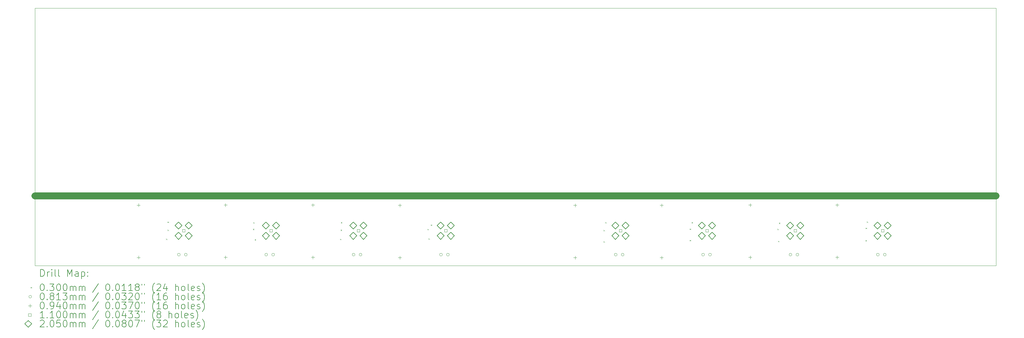
<source format=gbr>
%TF.GenerationSoftware,KiCad,Pcbnew,8.0.8*%
%TF.CreationDate,2025-03-20T18:17:03-07:00*%
%TF.ProjectId,Output Board,4f757470-7574-4204-926f-6172642e6b69,rev?*%
%TF.SameCoordinates,Original*%
%TF.FileFunction,Drillmap*%
%TF.FilePolarity,Positive*%
%FSLAX45Y45*%
G04 Gerber Fmt 4.5, Leading zero omitted, Abs format (unit mm)*
G04 Created by KiCad (PCBNEW 8.0.8) date 2025-03-20 18:17:03*
%MOMM*%
%LPD*%
G01*
G04 APERTURE LIST*
%ADD10C,0.050000*%
%ADD11C,2.000000*%
%ADD12C,0.200000*%
%ADD13C,0.100000*%
%ADD14C,0.110000*%
%ADD15C,0.205000*%
G04 APERTURE END LIST*
D10*
X6530000Y-10582000D02*
X6530000Y-3082000D01*
X34470000Y-10582000D02*
X34470000Y-3082000D01*
X34470000Y-3082000D02*
X6530000Y-3082000D01*
D11*
X6530000Y-8550000D02*
X34470000Y-8550000D01*
D10*
X6530000Y-10582000D02*
X34470000Y-10582000D01*
D12*
D13*
X10337700Y-9799920D02*
X10367700Y-9829920D01*
X10367700Y-9799920D02*
X10337700Y-9829920D01*
X10383420Y-9302080D02*
X10413420Y-9332080D01*
X10413420Y-9302080D02*
X10383420Y-9332080D01*
X10383420Y-9538300D02*
X10413420Y-9568300D01*
X10413420Y-9538300D02*
X10383420Y-9568300D01*
X12865000Y-9512900D02*
X12895000Y-9542900D01*
X12895000Y-9512900D02*
X12865000Y-9542900D01*
X12875160Y-9319860D02*
X12905160Y-9349860D01*
X12905160Y-9319860D02*
X12875160Y-9349860D01*
X12918340Y-9815160D02*
X12948340Y-9845160D01*
X12948340Y-9815160D02*
X12918340Y-9845160D01*
X15398400Y-9805000D02*
X15428400Y-9835000D01*
X15428400Y-9805000D02*
X15398400Y-9835000D01*
X15415160Y-9538300D02*
X15445160Y-9568300D01*
X15445160Y-9538300D02*
X15415160Y-9568300D01*
X15422780Y-9317320D02*
X15452780Y-9347320D01*
X15452780Y-9317320D02*
X15422780Y-9347320D01*
X17937380Y-9515440D02*
X17967380Y-9545440D01*
X17967380Y-9515440D02*
X17937380Y-9545440D01*
X17967860Y-9789760D02*
X17997860Y-9819760D01*
X17997860Y-9789760D02*
X17967860Y-9819760D01*
X18036440Y-9388440D02*
X18066440Y-9418440D01*
X18066440Y-9388440D02*
X18036440Y-9418440D01*
X23058020Y-9543380D02*
X23088020Y-9573380D01*
X23088020Y-9543380D02*
X23058020Y-9573380D01*
X23058020Y-9876120D02*
X23088020Y-9906120D01*
X23088020Y-9876120D02*
X23058020Y-9906120D01*
X23106280Y-9317320D02*
X23136280Y-9347320D01*
X23136280Y-9317320D02*
X23106280Y-9347320D01*
X25559920Y-9505280D02*
X25589920Y-9535280D01*
X25589920Y-9505280D02*
X25559920Y-9535280D01*
X25562460Y-9838020D02*
X25592460Y-9868020D01*
X25592460Y-9838020D02*
X25562460Y-9868020D01*
X25618340Y-9317320D02*
X25648340Y-9347320D01*
X25648340Y-9317320D02*
X25618340Y-9347320D01*
X28108810Y-9509090D02*
X28138810Y-9539090D01*
X28138810Y-9509090D02*
X28108810Y-9539090D01*
X28130400Y-9863420D02*
X28160400Y-9893420D01*
X28160400Y-9863420D02*
X28130400Y-9893420D01*
X28158340Y-9332560D02*
X28188340Y-9362560D01*
X28188340Y-9332560D02*
X28158340Y-9362560D01*
X30670400Y-9840560D02*
X30700400Y-9870560D01*
X30700400Y-9840560D02*
X30670400Y-9870560D01*
X30675480Y-9482420D02*
X30705480Y-9512420D01*
X30705480Y-9482420D02*
X30675480Y-9512420D01*
X30708500Y-9299540D02*
X30738500Y-9329540D01*
X30738500Y-9299540D02*
X30708500Y-9329540D01*
X10752140Y-10264500D02*
G75*
G02*
X10670860Y-10264500I-40640J0D01*
G01*
X10670860Y-10264500D02*
G75*
G02*
X10752140Y-10264500I40640J0D01*
G01*
X10952140Y-10264500D02*
G75*
G02*
X10870860Y-10264500I-40640J0D01*
G01*
X10870860Y-10264500D02*
G75*
G02*
X10952140Y-10264500I40640J0D01*
G01*
X13292140Y-10264500D02*
G75*
G02*
X13210860Y-10264500I-40640J0D01*
G01*
X13210860Y-10264500D02*
G75*
G02*
X13292140Y-10264500I40640J0D01*
G01*
X13492140Y-10264500D02*
G75*
G02*
X13410860Y-10264500I-40640J0D01*
G01*
X13410860Y-10264500D02*
G75*
G02*
X13492140Y-10264500I40640J0D01*
G01*
X15832140Y-10264500D02*
G75*
G02*
X15750860Y-10264500I-40640J0D01*
G01*
X15750860Y-10264500D02*
G75*
G02*
X15832140Y-10264500I40640J0D01*
G01*
X16032140Y-10264500D02*
G75*
G02*
X15950860Y-10264500I-40640J0D01*
G01*
X15950860Y-10264500D02*
G75*
G02*
X16032140Y-10264500I40640J0D01*
G01*
X18372140Y-10264500D02*
G75*
G02*
X18290860Y-10264500I-40640J0D01*
G01*
X18290860Y-10264500D02*
G75*
G02*
X18372140Y-10264500I40640J0D01*
G01*
X18572140Y-10264500D02*
G75*
G02*
X18490860Y-10264500I-40640J0D01*
G01*
X18490860Y-10264500D02*
G75*
G02*
X18572140Y-10264500I40640J0D01*
G01*
X23452140Y-10264500D02*
G75*
G02*
X23370860Y-10264500I-40640J0D01*
G01*
X23370860Y-10264500D02*
G75*
G02*
X23452140Y-10264500I40640J0D01*
G01*
X23652140Y-10264500D02*
G75*
G02*
X23570860Y-10264500I-40640J0D01*
G01*
X23570860Y-10264500D02*
G75*
G02*
X23652140Y-10264500I40640J0D01*
G01*
X25992140Y-10264500D02*
G75*
G02*
X25910860Y-10264500I-40640J0D01*
G01*
X25910860Y-10264500D02*
G75*
G02*
X25992140Y-10264500I40640J0D01*
G01*
X26192140Y-10264500D02*
G75*
G02*
X26110860Y-10264500I-40640J0D01*
G01*
X26110860Y-10264500D02*
G75*
G02*
X26192140Y-10264500I40640J0D01*
G01*
X28532140Y-10264500D02*
G75*
G02*
X28450860Y-10264500I-40640J0D01*
G01*
X28450860Y-10264500D02*
G75*
G02*
X28532140Y-10264500I40640J0D01*
G01*
X28732140Y-10264500D02*
G75*
G02*
X28650860Y-10264500I-40640J0D01*
G01*
X28650860Y-10264500D02*
G75*
G02*
X28732140Y-10264500I40640J0D01*
G01*
X31072140Y-10264500D02*
G75*
G02*
X30990860Y-10264500I-40640J0D01*
G01*
X30990860Y-10264500D02*
G75*
G02*
X31072140Y-10264500I40640J0D01*
G01*
X31272140Y-10264500D02*
G75*
G02*
X31190860Y-10264500I-40640J0D01*
G01*
X31190860Y-10264500D02*
G75*
G02*
X31272140Y-10264500I40640J0D01*
G01*
X9537360Y-8774790D02*
X9537360Y-8868770D01*
X9490370Y-8821780D02*
X9584350Y-8821780D01*
X9537360Y-10298790D02*
X9537360Y-10392770D01*
X9490370Y-10345780D02*
X9584350Y-10345780D01*
X12067200Y-8769710D02*
X12067200Y-8863690D01*
X12020210Y-8816700D02*
X12114190Y-8816700D01*
X12067200Y-10293710D02*
X12067200Y-10387690D01*
X12020210Y-10340700D02*
X12114190Y-10340700D01*
X14607200Y-8769710D02*
X14607200Y-8863690D01*
X14560210Y-8816700D02*
X14654190Y-8816700D01*
X14607200Y-10293710D02*
X14607200Y-10387690D01*
X14560210Y-10340700D02*
X14654190Y-10340700D01*
X17131960Y-8779870D02*
X17131960Y-8873850D01*
X17084970Y-8826860D02*
X17178950Y-8826860D01*
X17131960Y-10303870D02*
X17131960Y-10397850D01*
X17084970Y-10350860D02*
X17178950Y-10350860D01*
X22232280Y-8779870D02*
X22232280Y-8873850D01*
X22185290Y-8826860D02*
X22279270Y-8826860D01*
X22232280Y-10303870D02*
X22232280Y-10397850D01*
X22185290Y-10350860D02*
X22279270Y-10350860D01*
X24746880Y-8779870D02*
X24746880Y-8873850D01*
X24699890Y-8826860D02*
X24793870Y-8826860D01*
X24746880Y-10303870D02*
X24746880Y-10397850D01*
X24699890Y-10350860D02*
X24793870Y-10350860D01*
X27319900Y-8769710D02*
X27319900Y-8863690D01*
X27272910Y-8816700D02*
X27366890Y-8816700D01*
X27319900Y-10293710D02*
X27319900Y-10387690D01*
X27272910Y-10340700D02*
X27366890Y-10340700D01*
X29847200Y-8769710D02*
X29847200Y-8863690D01*
X29800210Y-8816700D02*
X29894190Y-8816700D01*
X29847200Y-10293710D02*
X29847200Y-10387690D01*
X29800210Y-10340700D02*
X29894190Y-10340700D01*
D14*
X10886891Y-9604891D02*
X10886891Y-9527109D01*
X10809109Y-9527109D01*
X10809109Y-9604891D01*
X10886891Y-9604891D01*
X13426891Y-9604891D02*
X13426891Y-9527109D01*
X13349109Y-9527109D01*
X13349109Y-9604891D01*
X13426891Y-9604891D01*
X15966891Y-9604891D02*
X15966891Y-9527109D01*
X15889109Y-9527109D01*
X15889109Y-9604891D01*
X15966891Y-9604891D01*
X18506891Y-9604891D02*
X18506891Y-9527109D01*
X18429109Y-9527109D01*
X18429109Y-9604891D01*
X18506891Y-9604891D01*
X23586891Y-9604891D02*
X23586891Y-9527109D01*
X23509109Y-9527109D01*
X23509109Y-9604891D01*
X23586891Y-9604891D01*
X26103891Y-9604891D02*
X26103891Y-9527109D01*
X26026109Y-9527109D01*
X26026109Y-9604891D01*
X26103891Y-9604891D01*
X28666891Y-9604891D02*
X28666891Y-9527109D01*
X28589109Y-9527109D01*
X28589109Y-9604891D01*
X28666891Y-9604891D01*
X31206891Y-9604891D02*
X31206891Y-9527109D01*
X31129109Y-9527109D01*
X31129109Y-9604891D01*
X31206891Y-9604891D01*
D15*
X10698000Y-9518500D02*
X10800500Y-9416000D01*
X10698000Y-9313500D01*
X10595500Y-9416000D01*
X10698000Y-9518500D01*
X10698000Y-9818500D02*
X10800500Y-9716000D01*
X10698000Y-9613500D01*
X10595500Y-9716000D01*
X10698000Y-9818500D01*
X10998000Y-9518500D02*
X11100500Y-9416000D01*
X10998000Y-9313500D01*
X10895500Y-9416000D01*
X10998000Y-9518500D01*
X10998000Y-9818500D02*
X11100500Y-9716000D01*
X10998000Y-9613500D01*
X10895500Y-9716000D01*
X10998000Y-9818500D01*
X13238000Y-9518500D02*
X13340500Y-9416000D01*
X13238000Y-9313500D01*
X13135500Y-9416000D01*
X13238000Y-9518500D01*
X13238000Y-9818500D02*
X13340500Y-9716000D01*
X13238000Y-9613500D01*
X13135500Y-9716000D01*
X13238000Y-9818500D01*
X13538000Y-9518500D02*
X13640500Y-9416000D01*
X13538000Y-9313500D01*
X13435500Y-9416000D01*
X13538000Y-9518500D01*
X13538000Y-9818500D02*
X13640500Y-9716000D01*
X13538000Y-9613500D01*
X13435500Y-9716000D01*
X13538000Y-9818500D01*
X15778000Y-9518500D02*
X15880500Y-9416000D01*
X15778000Y-9313500D01*
X15675500Y-9416000D01*
X15778000Y-9518500D01*
X15778000Y-9818500D02*
X15880500Y-9716000D01*
X15778000Y-9613500D01*
X15675500Y-9716000D01*
X15778000Y-9818500D01*
X16078000Y-9518500D02*
X16180500Y-9416000D01*
X16078000Y-9313500D01*
X15975500Y-9416000D01*
X16078000Y-9518500D01*
X16078000Y-9818500D02*
X16180500Y-9716000D01*
X16078000Y-9613500D01*
X15975500Y-9716000D01*
X16078000Y-9818500D01*
X18318000Y-9518500D02*
X18420500Y-9416000D01*
X18318000Y-9313500D01*
X18215500Y-9416000D01*
X18318000Y-9518500D01*
X18318000Y-9818500D02*
X18420500Y-9716000D01*
X18318000Y-9613500D01*
X18215500Y-9716000D01*
X18318000Y-9818500D01*
X18618000Y-9518500D02*
X18720500Y-9416000D01*
X18618000Y-9313500D01*
X18515500Y-9416000D01*
X18618000Y-9518500D01*
X18618000Y-9818500D02*
X18720500Y-9716000D01*
X18618000Y-9613500D01*
X18515500Y-9716000D01*
X18618000Y-9818500D01*
X23398000Y-9518500D02*
X23500500Y-9416000D01*
X23398000Y-9313500D01*
X23295500Y-9416000D01*
X23398000Y-9518500D01*
X23398000Y-9818500D02*
X23500500Y-9716000D01*
X23398000Y-9613500D01*
X23295500Y-9716000D01*
X23398000Y-9818500D01*
X23698000Y-9518500D02*
X23800500Y-9416000D01*
X23698000Y-9313500D01*
X23595500Y-9416000D01*
X23698000Y-9518500D01*
X23698000Y-9818500D02*
X23800500Y-9716000D01*
X23698000Y-9613500D01*
X23595500Y-9716000D01*
X23698000Y-9818500D01*
X25915000Y-9518500D02*
X26017500Y-9416000D01*
X25915000Y-9313500D01*
X25812500Y-9416000D01*
X25915000Y-9518500D01*
X25915000Y-9818500D02*
X26017500Y-9716000D01*
X25915000Y-9613500D01*
X25812500Y-9716000D01*
X25915000Y-9818500D01*
X26215000Y-9518500D02*
X26317500Y-9416000D01*
X26215000Y-9313500D01*
X26112500Y-9416000D01*
X26215000Y-9518500D01*
X26215000Y-9818500D02*
X26317500Y-9716000D01*
X26215000Y-9613500D01*
X26112500Y-9716000D01*
X26215000Y-9818500D01*
X28478000Y-9518500D02*
X28580500Y-9416000D01*
X28478000Y-9313500D01*
X28375500Y-9416000D01*
X28478000Y-9518500D01*
X28478000Y-9818500D02*
X28580500Y-9716000D01*
X28478000Y-9613500D01*
X28375500Y-9716000D01*
X28478000Y-9818500D01*
X28778000Y-9518500D02*
X28880500Y-9416000D01*
X28778000Y-9313500D01*
X28675500Y-9416000D01*
X28778000Y-9518500D01*
X28778000Y-9818500D02*
X28880500Y-9716000D01*
X28778000Y-9613500D01*
X28675500Y-9716000D01*
X28778000Y-9818500D01*
X31018000Y-9518500D02*
X31120500Y-9416000D01*
X31018000Y-9313500D01*
X30915500Y-9416000D01*
X31018000Y-9518500D01*
X31018000Y-9818500D02*
X31120500Y-9716000D01*
X31018000Y-9613500D01*
X30915500Y-9716000D01*
X31018000Y-9818500D01*
X31318000Y-9518500D02*
X31420500Y-9416000D01*
X31318000Y-9313500D01*
X31215500Y-9416000D01*
X31318000Y-9518500D01*
X31318000Y-9818500D02*
X31420500Y-9716000D01*
X31318000Y-9613500D01*
X31215500Y-9716000D01*
X31318000Y-9818500D01*
D12*
X6690777Y-10895984D02*
X6690777Y-10695984D01*
X6690777Y-10695984D02*
X6738396Y-10695984D01*
X6738396Y-10695984D02*
X6766967Y-10705508D01*
X6766967Y-10705508D02*
X6786015Y-10724555D01*
X6786015Y-10724555D02*
X6795539Y-10743603D01*
X6795539Y-10743603D02*
X6805062Y-10781698D01*
X6805062Y-10781698D02*
X6805062Y-10810270D01*
X6805062Y-10810270D02*
X6795539Y-10848365D01*
X6795539Y-10848365D02*
X6786015Y-10867412D01*
X6786015Y-10867412D02*
X6766967Y-10886460D01*
X6766967Y-10886460D02*
X6738396Y-10895984D01*
X6738396Y-10895984D02*
X6690777Y-10895984D01*
X6890777Y-10895984D02*
X6890777Y-10762650D01*
X6890777Y-10800746D02*
X6900301Y-10781698D01*
X6900301Y-10781698D02*
X6909824Y-10772174D01*
X6909824Y-10772174D02*
X6928872Y-10762650D01*
X6928872Y-10762650D02*
X6947920Y-10762650D01*
X7014586Y-10895984D02*
X7014586Y-10762650D01*
X7014586Y-10695984D02*
X7005062Y-10705508D01*
X7005062Y-10705508D02*
X7014586Y-10715031D01*
X7014586Y-10715031D02*
X7024110Y-10705508D01*
X7024110Y-10705508D02*
X7014586Y-10695984D01*
X7014586Y-10695984D02*
X7014586Y-10715031D01*
X7138396Y-10895984D02*
X7119348Y-10886460D01*
X7119348Y-10886460D02*
X7109824Y-10867412D01*
X7109824Y-10867412D02*
X7109824Y-10695984D01*
X7243158Y-10895984D02*
X7224110Y-10886460D01*
X7224110Y-10886460D02*
X7214586Y-10867412D01*
X7214586Y-10867412D02*
X7214586Y-10695984D01*
X7471729Y-10895984D02*
X7471729Y-10695984D01*
X7471729Y-10695984D02*
X7538396Y-10838841D01*
X7538396Y-10838841D02*
X7605062Y-10695984D01*
X7605062Y-10695984D02*
X7605062Y-10895984D01*
X7786015Y-10895984D02*
X7786015Y-10791222D01*
X7786015Y-10791222D02*
X7776491Y-10772174D01*
X7776491Y-10772174D02*
X7757443Y-10762650D01*
X7757443Y-10762650D02*
X7719348Y-10762650D01*
X7719348Y-10762650D02*
X7700301Y-10772174D01*
X7786015Y-10886460D02*
X7766967Y-10895984D01*
X7766967Y-10895984D02*
X7719348Y-10895984D01*
X7719348Y-10895984D02*
X7700301Y-10886460D01*
X7700301Y-10886460D02*
X7690777Y-10867412D01*
X7690777Y-10867412D02*
X7690777Y-10848365D01*
X7690777Y-10848365D02*
X7700301Y-10829317D01*
X7700301Y-10829317D02*
X7719348Y-10819793D01*
X7719348Y-10819793D02*
X7766967Y-10819793D01*
X7766967Y-10819793D02*
X7786015Y-10810270D01*
X7881253Y-10762650D02*
X7881253Y-10962650D01*
X7881253Y-10772174D02*
X7900301Y-10762650D01*
X7900301Y-10762650D02*
X7938396Y-10762650D01*
X7938396Y-10762650D02*
X7957443Y-10772174D01*
X7957443Y-10772174D02*
X7966967Y-10781698D01*
X7966967Y-10781698D02*
X7976491Y-10800746D01*
X7976491Y-10800746D02*
X7976491Y-10857889D01*
X7976491Y-10857889D02*
X7966967Y-10876936D01*
X7966967Y-10876936D02*
X7957443Y-10886460D01*
X7957443Y-10886460D02*
X7938396Y-10895984D01*
X7938396Y-10895984D02*
X7900301Y-10895984D01*
X7900301Y-10895984D02*
X7881253Y-10886460D01*
X8062205Y-10876936D02*
X8071729Y-10886460D01*
X8071729Y-10886460D02*
X8062205Y-10895984D01*
X8062205Y-10895984D02*
X8052682Y-10886460D01*
X8052682Y-10886460D02*
X8062205Y-10876936D01*
X8062205Y-10876936D02*
X8062205Y-10895984D01*
X8062205Y-10772174D02*
X8071729Y-10781698D01*
X8071729Y-10781698D02*
X8062205Y-10791222D01*
X8062205Y-10791222D02*
X8052682Y-10781698D01*
X8052682Y-10781698D02*
X8062205Y-10772174D01*
X8062205Y-10772174D02*
X8062205Y-10791222D01*
D13*
X6400000Y-11209500D02*
X6430000Y-11239500D01*
X6430000Y-11209500D02*
X6400000Y-11239500D01*
D12*
X6728872Y-11115984D02*
X6747920Y-11115984D01*
X6747920Y-11115984D02*
X6766967Y-11125508D01*
X6766967Y-11125508D02*
X6776491Y-11135031D01*
X6776491Y-11135031D02*
X6786015Y-11154079D01*
X6786015Y-11154079D02*
X6795539Y-11192174D01*
X6795539Y-11192174D02*
X6795539Y-11239793D01*
X6795539Y-11239793D02*
X6786015Y-11277888D01*
X6786015Y-11277888D02*
X6776491Y-11296936D01*
X6776491Y-11296936D02*
X6766967Y-11306460D01*
X6766967Y-11306460D02*
X6747920Y-11315984D01*
X6747920Y-11315984D02*
X6728872Y-11315984D01*
X6728872Y-11315984D02*
X6709824Y-11306460D01*
X6709824Y-11306460D02*
X6700301Y-11296936D01*
X6700301Y-11296936D02*
X6690777Y-11277888D01*
X6690777Y-11277888D02*
X6681253Y-11239793D01*
X6681253Y-11239793D02*
X6681253Y-11192174D01*
X6681253Y-11192174D02*
X6690777Y-11154079D01*
X6690777Y-11154079D02*
X6700301Y-11135031D01*
X6700301Y-11135031D02*
X6709824Y-11125508D01*
X6709824Y-11125508D02*
X6728872Y-11115984D01*
X6881253Y-11296936D02*
X6890777Y-11306460D01*
X6890777Y-11306460D02*
X6881253Y-11315984D01*
X6881253Y-11315984D02*
X6871729Y-11306460D01*
X6871729Y-11306460D02*
X6881253Y-11296936D01*
X6881253Y-11296936D02*
X6881253Y-11315984D01*
X6957443Y-11115984D02*
X7081253Y-11115984D01*
X7081253Y-11115984D02*
X7014586Y-11192174D01*
X7014586Y-11192174D02*
X7043158Y-11192174D01*
X7043158Y-11192174D02*
X7062205Y-11201698D01*
X7062205Y-11201698D02*
X7071729Y-11211222D01*
X7071729Y-11211222D02*
X7081253Y-11230269D01*
X7081253Y-11230269D02*
X7081253Y-11277888D01*
X7081253Y-11277888D02*
X7071729Y-11296936D01*
X7071729Y-11296936D02*
X7062205Y-11306460D01*
X7062205Y-11306460D02*
X7043158Y-11315984D01*
X7043158Y-11315984D02*
X6986015Y-11315984D01*
X6986015Y-11315984D02*
X6966967Y-11306460D01*
X6966967Y-11306460D02*
X6957443Y-11296936D01*
X7205062Y-11115984D02*
X7224110Y-11115984D01*
X7224110Y-11115984D02*
X7243158Y-11125508D01*
X7243158Y-11125508D02*
X7252682Y-11135031D01*
X7252682Y-11135031D02*
X7262205Y-11154079D01*
X7262205Y-11154079D02*
X7271729Y-11192174D01*
X7271729Y-11192174D02*
X7271729Y-11239793D01*
X7271729Y-11239793D02*
X7262205Y-11277888D01*
X7262205Y-11277888D02*
X7252682Y-11296936D01*
X7252682Y-11296936D02*
X7243158Y-11306460D01*
X7243158Y-11306460D02*
X7224110Y-11315984D01*
X7224110Y-11315984D02*
X7205062Y-11315984D01*
X7205062Y-11315984D02*
X7186015Y-11306460D01*
X7186015Y-11306460D02*
X7176491Y-11296936D01*
X7176491Y-11296936D02*
X7166967Y-11277888D01*
X7166967Y-11277888D02*
X7157443Y-11239793D01*
X7157443Y-11239793D02*
X7157443Y-11192174D01*
X7157443Y-11192174D02*
X7166967Y-11154079D01*
X7166967Y-11154079D02*
X7176491Y-11135031D01*
X7176491Y-11135031D02*
X7186015Y-11125508D01*
X7186015Y-11125508D02*
X7205062Y-11115984D01*
X7395539Y-11115984D02*
X7414586Y-11115984D01*
X7414586Y-11115984D02*
X7433634Y-11125508D01*
X7433634Y-11125508D02*
X7443158Y-11135031D01*
X7443158Y-11135031D02*
X7452682Y-11154079D01*
X7452682Y-11154079D02*
X7462205Y-11192174D01*
X7462205Y-11192174D02*
X7462205Y-11239793D01*
X7462205Y-11239793D02*
X7452682Y-11277888D01*
X7452682Y-11277888D02*
X7443158Y-11296936D01*
X7443158Y-11296936D02*
X7433634Y-11306460D01*
X7433634Y-11306460D02*
X7414586Y-11315984D01*
X7414586Y-11315984D02*
X7395539Y-11315984D01*
X7395539Y-11315984D02*
X7376491Y-11306460D01*
X7376491Y-11306460D02*
X7366967Y-11296936D01*
X7366967Y-11296936D02*
X7357443Y-11277888D01*
X7357443Y-11277888D02*
X7347920Y-11239793D01*
X7347920Y-11239793D02*
X7347920Y-11192174D01*
X7347920Y-11192174D02*
X7357443Y-11154079D01*
X7357443Y-11154079D02*
X7366967Y-11135031D01*
X7366967Y-11135031D02*
X7376491Y-11125508D01*
X7376491Y-11125508D02*
X7395539Y-11115984D01*
X7547920Y-11315984D02*
X7547920Y-11182650D01*
X7547920Y-11201698D02*
X7557443Y-11192174D01*
X7557443Y-11192174D02*
X7576491Y-11182650D01*
X7576491Y-11182650D02*
X7605063Y-11182650D01*
X7605063Y-11182650D02*
X7624110Y-11192174D01*
X7624110Y-11192174D02*
X7633634Y-11211222D01*
X7633634Y-11211222D02*
X7633634Y-11315984D01*
X7633634Y-11211222D02*
X7643158Y-11192174D01*
X7643158Y-11192174D02*
X7662205Y-11182650D01*
X7662205Y-11182650D02*
X7690777Y-11182650D01*
X7690777Y-11182650D02*
X7709824Y-11192174D01*
X7709824Y-11192174D02*
X7719348Y-11211222D01*
X7719348Y-11211222D02*
X7719348Y-11315984D01*
X7814586Y-11315984D02*
X7814586Y-11182650D01*
X7814586Y-11201698D02*
X7824110Y-11192174D01*
X7824110Y-11192174D02*
X7843158Y-11182650D01*
X7843158Y-11182650D02*
X7871729Y-11182650D01*
X7871729Y-11182650D02*
X7890777Y-11192174D01*
X7890777Y-11192174D02*
X7900301Y-11211222D01*
X7900301Y-11211222D02*
X7900301Y-11315984D01*
X7900301Y-11211222D02*
X7909824Y-11192174D01*
X7909824Y-11192174D02*
X7928872Y-11182650D01*
X7928872Y-11182650D02*
X7957443Y-11182650D01*
X7957443Y-11182650D02*
X7976491Y-11192174D01*
X7976491Y-11192174D02*
X7986015Y-11211222D01*
X7986015Y-11211222D02*
X7986015Y-11315984D01*
X8376491Y-11106460D02*
X8205063Y-11363603D01*
X8633634Y-11115984D02*
X8652682Y-11115984D01*
X8652682Y-11115984D02*
X8671729Y-11125508D01*
X8671729Y-11125508D02*
X8681253Y-11135031D01*
X8681253Y-11135031D02*
X8690777Y-11154079D01*
X8690777Y-11154079D02*
X8700301Y-11192174D01*
X8700301Y-11192174D02*
X8700301Y-11239793D01*
X8700301Y-11239793D02*
X8690777Y-11277888D01*
X8690777Y-11277888D02*
X8681253Y-11296936D01*
X8681253Y-11296936D02*
X8671729Y-11306460D01*
X8671729Y-11306460D02*
X8652682Y-11315984D01*
X8652682Y-11315984D02*
X8633634Y-11315984D01*
X8633634Y-11315984D02*
X8614587Y-11306460D01*
X8614587Y-11306460D02*
X8605063Y-11296936D01*
X8605063Y-11296936D02*
X8595539Y-11277888D01*
X8595539Y-11277888D02*
X8586015Y-11239793D01*
X8586015Y-11239793D02*
X8586015Y-11192174D01*
X8586015Y-11192174D02*
X8595539Y-11154079D01*
X8595539Y-11154079D02*
X8605063Y-11135031D01*
X8605063Y-11135031D02*
X8614587Y-11125508D01*
X8614587Y-11125508D02*
X8633634Y-11115984D01*
X8786015Y-11296936D02*
X8795539Y-11306460D01*
X8795539Y-11306460D02*
X8786015Y-11315984D01*
X8786015Y-11315984D02*
X8776491Y-11306460D01*
X8776491Y-11306460D02*
X8786015Y-11296936D01*
X8786015Y-11296936D02*
X8786015Y-11315984D01*
X8919348Y-11115984D02*
X8938396Y-11115984D01*
X8938396Y-11115984D02*
X8957444Y-11125508D01*
X8957444Y-11125508D02*
X8966968Y-11135031D01*
X8966968Y-11135031D02*
X8976491Y-11154079D01*
X8976491Y-11154079D02*
X8986015Y-11192174D01*
X8986015Y-11192174D02*
X8986015Y-11239793D01*
X8986015Y-11239793D02*
X8976491Y-11277888D01*
X8976491Y-11277888D02*
X8966968Y-11296936D01*
X8966968Y-11296936D02*
X8957444Y-11306460D01*
X8957444Y-11306460D02*
X8938396Y-11315984D01*
X8938396Y-11315984D02*
X8919348Y-11315984D01*
X8919348Y-11315984D02*
X8900301Y-11306460D01*
X8900301Y-11306460D02*
X8890777Y-11296936D01*
X8890777Y-11296936D02*
X8881253Y-11277888D01*
X8881253Y-11277888D02*
X8871729Y-11239793D01*
X8871729Y-11239793D02*
X8871729Y-11192174D01*
X8871729Y-11192174D02*
X8881253Y-11154079D01*
X8881253Y-11154079D02*
X8890777Y-11135031D01*
X8890777Y-11135031D02*
X8900301Y-11125508D01*
X8900301Y-11125508D02*
X8919348Y-11115984D01*
X9176491Y-11315984D02*
X9062206Y-11315984D01*
X9119348Y-11315984D02*
X9119348Y-11115984D01*
X9119348Y-11115984D02*
X9100301Y-11144555D01*
X9100301Y-11144555D02*
X9081253Y-11163603D01*
X9081253Y-11163603D02*
X9062206Y-11173127D01*
X9366968Y-11315984D02*
X9252682Y-11315984D01*
X9309825Y-11315984D02*
X9309825Y-11115984D01*
X9309825Y-11115984D02*
X9290777Y-11144555D01*
X9290777Y-11144555D02*
X9271729Y-11163603D01*
X9271729Y-11163603D02*
X9252682Y-11173127D01*
X9481253Y-11201698D02*
X9462206Y-11192174D01*
X9462206Y-11192174D02*
X9452682Y-11182650D01*
X9452682Y-11182650D02*
X9443158Y-11163603D01*
X9443158Y-11163603D02*
X9443158Y-11154079D01*
X9443158Y-11154079D02*
X9452682Y-11135031D01*
X9452682Y-11135031D02*
X9462206Y-11125508D01*
X9462206Y-11125508D02*
X9481253Y-11115984D01*
X9481253Y-11115984D02*
X9519349Y-11115984D01*
X9519349Y-11115984D02*
X9538396Y-11125508D01*
X9538396Y-11125508D02*
X9547920Y-11135031D01*
X9547920Y-11135031D02*
X9557444Y-11154079D01*
X9557444Y-11154079D02*
X9557444Y-11163603D01*
X9557444Y-11163603D02*
X9547920Y-11182650D01*
X9547920Y-11182650D02*
X9538396Y-11192174D01*
X9538396Y-11192174D02*
X9519349Y-11201698D01*
X9519349Y-11201698D02*
X9481253Y-11201698D01*
X9481253Y-11201698D02*
X9462206Y-11211222D01*
X9462206Y-11211222D02*
X9452682Y-11220746D01*
X9452682Y-11220746D02*
X9443158Y-11239793D01*
X9443158Y-11239793D02*
X9443158Y-11277888D01*
X9443158Y-11277888D02*
X9452682Y-11296936D01*
X9452682Y-11296936D02*
X9462206Y-11306460D01*
X9462206Y-11306460D02*
X9481253Y-11315984D01*
X9481253Y-11315984D02*
X9519349Y-11315984D01*
X9519349Y-11315984D02*
X9538396Y-11306460D01*
X9538396Y-11306460D02*
X9547920Y-11296936D01*
X9547920Y-11296936D02*
X9557444Y-11277888D01*
X9557444Y-11277888D02*
X9557444Y-11239793D01*
X9557444Y-11239793D02*
X9547920Y-11220746D01*
X9547920Y-11220746D02*
X9538396Y-11211222D01*
X9538396Y-11211222D02*
X9519349Y-11201698D01*
X9633634Y-11115984D02*
X9633634Y-11154079D01*
X9709825Y-11115984D02*
X9709825Y-11154079D01*
X10005063Y-11392174D02*
X9995539Y-11382650D01*
X9995539Y-11382650D02*
X9976491Y-11354079D01*
X9976491Y-11354079D02*
X9966968Y-11335031D01*
X9966968Y-11335031D02*
X9957444Y-11306460D01*
X9957444Y-11306460D02*
X9947920Y-11258841D01*
X9947920Y-11258841D02*
X9947920Y-11220746D01*
X9947920Y-11220746D02*
X9957444Y-11173127D01*
X9957444Y-11173127D02*
X9966968Y-11144555D01*
X9966968Y-11144555D02*
X9976491Y-11125508D01*
X9976491Y-11125508D02*
X9995539Y-11096936D01*
X9995539Y-11096936D02*
X10005063Y-11087412D01*
X10071730Y-11135031D02*
X10081253Y-11125508D01*
X10081253Y-11125508D02*
X10100301Y-11115984D01*
X10100301Y-11115984D02*
X10147920Y-11115984D01*
X10147920Y-11115984D02*
X10166968Y-11125508D01*
X10166968Y-11125508D02*
X10176491Y-11135031D01*
X10176491Y-11135031D02*
X10186015Y-11154079D01*
X10186015Y-11154079D02*
X10186015Y-11173127D01*
X10186015Y-11173127D02*
X10176491Y-11201698D01*
X10176491Y-11201698D02*
X10062206Y-11315984D01*
X10062206Y-11315984D02*
X10186015Y-11315984D01*
X10357444Y-11182650D02*
X10357444Y-11315984D01*
X10309825Y-11106460D02*
X10262206Y-11249317D01*
X10262206Y-11249317D02*
X10386015Y-11249317D01*
X10614587Y-11315984D02*
X10614587Y-11115984D01*
X10700301Y-11315984D02*
X10700301Y-11211222D01*
X10700301Y-11211222D02*
X10690777Y-11192174D01*
X10690777Y-11192174D02*
X10671730Y-11182650D01*
X10671730Y-11182650D02*
X10643158Y-11182650D01*
X10643158Y-11182650D02*
X10624111Y-11192174D01*
X10624111Y-11192174D02*
X10614587Y-11201698D01*
X10824111Y-11315984D02*
X10805063Y-11306460D01*
X10805063Y-11306460D02*
X10795539Y-11296936D01*
X10795539Y-11296936D02*
X10786015Y-11277888D01*
X10786015Y-11277888D02*
X10786015Y-11220746D01*
X10786015Y-11220746D02*
X10795539Y-11201698D01*
X10795539Y-11201698D02*
X10805063Y-11192174D01*
X10805063Y-11192174D02*
X10824111Y-11182650D01*
X10824111Y-11182650D02*
X10852682Y-11182650D01*
X10852682Y-11182650D02*
X10871730Y-11192174D01*
X10871730Y-11192174D02*
X10881253Y-11201698D01*
X10881253Y-11201698D02*
X10890777Y-11220746D01*
X10890777Y-11220746D02*
X10890777Y-11277888D01*
X10890777Y-11277888D02*
X10881253Y-11296936D01*
X10881253Y-11296936D02*
X10871730Y-11306460D01*
X10871730Y-11306460D02*
X10852682Y-11315984D01*
X10852682Y-11315984D02*
X10824111Y-11315984D01*
X11005063Y-11315984D02*
X10986015Y-11306460D01*
X10986015Y-11306460D02*
X10976492Y-11287412D01*
X10976492Y-11287412D02*
X10976492Y-11115984D01*
X11157444Y-11306460D02*
X11138396Y-11315984D01*
X11138396Y-11315984D02*
X11100301Y-11315984D01*
X11100301Y-11315984D02*
X11081253Y-11306460D01*
X11081253Y-11306460D02*
X11071730Y-11287412D01*
X11071730Y-11287412D02*
X11071730Y-11211222D01*
X11071730Y-11211222D02*
X11081253Y-11192174D01*
X11081253Y-11192174D02*
X11100301Y-11182650D01*
X11100301Y-11182650D02*
X11138396Y-11182650D01*
X11138396Y-11182650D02*
X11157444Y-11192174D01*
X11157444Y-11192174D02*
X11166968Y-11211222D01*
X11166968Y-11211222D02*
X11166968Y-11230269D01*
X11166968Y-11230269D02*
X11071730Y-11249317D01*
X11243158Y-11306460D02*
X11262206Y-11315984D01*
X11262206Y-11315984D02*
X11300301Y-11315984D01*
X11300301Y-11315984D02*
X11319349Y-11306460D01*
X11319349Y-11306460D02*
X11328872Y-11287412D01*
X11328872Y-11287412D02*
X11328872Y-11277888D01*
X11328872Y-11277888D02*
X11319349Y-11258841D01*
X11319349Y-11258841D02*
X11300301Y-11249317D01*
X11300301Y-11249317D02*
X11271730Y-11249317D01*
X11271730Y-11249317D02*
X11252682Y-11239793D01*
X11252682Y-11239793D02*
X11243158Y-11220746D01*
X11243158Y-11220746D02*
X11243158Y-11211222D01*
X11243158Y-11211222D02*
X11252682Y-11192174D01*
X11252682Y-11192174D02*
X11271730Y-11182650D01*
X11271730Y-11182650D02*
X11300301Y-11182650D01*
X11300301Y-11182650D02*
X11319349Y-11192174D01*
X11395539Y-11392174D02*
X11405063Y-11382650D01*
X11405063Y-11382650D02*
X11424111Y-11354079D01*
X11424111Y-11354079D02*
X11433634Y-11335031D01*
X11433634Y-11335031D02*
X11443158Y-11306460D01*
X11443158Y-11306460D02*
X11452682Y-11258841D01*
X11452682Y-11258841D02*
X11452682Y-11220746D01*
X11452682Y-11220746D02*
X11443158Y-11173127D01*
X11443158Y-11173127D02*
X11433634Y-11144555D01*
X11433634Y-11144555D02*
X11424111Y-11125508D01*
X11424111Y-11125508D02*
X11405063Y-11096936D01*
X11405063Y-11096936D02*
X11395539Y-11087412D01*
D13*
X6430000Y-11488500D02*
G75*
G02*
X6348720Y-11488500I-40640J0D01*
G01*
X6348720Y-11488500D02*
G75*
G02*
X6430000Y-11488500I40640J0D01*
G01*
D12*
X6728872Y-11379984D02*
X6747920Y-11379984D01*
X6747920Y-11379984D02*
X6766967Y-11389508D01*
X6766967Y-11389508D02*
X6776491Y-11399031D01*
X6776491Y-11399031D02*
X6786015Y-11418079D01*
X6786015Y-11418079D02*
X6795539Y-11456174D01*
X6795539Y-11456174D02*
X6795539Y-11503793D01*
X6795539Y-11503793D02*
X6786015Y-11541888D01*
X6786015Y-11541888D02*
X6776491Y-11560936D01*
X6776491Y-11560936D02*
X6766967Y-11570460D01*
X6766967Y-11570460D02*
X6747920Y-11579984D01*
X6747920Y-11579984D02*
X6728872Y-11579984D01*
X6728872Y-11579984D02*
X6709824Y-11570460D01*
X6709824Y-11570460D02*
X6700301Y-11560936D01*
X6700301Y-11560936D02*
X6690777Y-11541888D01*
X6690777Y-11541888D02*
X6681253Y-11503793D01*
X6681253Y-11503793D02*
X6681253Y-11456174D01*
X6681253Y-11456174D02*
X6690777Y-11418079D01*
X6690777Y-11418079D02*
X6700301Y-11399031D01*
X6700301Y-11399031D02*
X6709824Y-11389508D01*
X6709824Y-11389508D02*
X6728872Y-11379984D01*
X6881253Y-11560936D02*
X6890777Y-11570460D01*
X6890777Y-11570460D02*
X6881253Y-11579984D01*
X6881253Y-11579984D02*
X6871729Y-11570460D01*
X6871729Y-11570460D02*
X6881253Y-11560936D01*
X6881253Y-11560936D02*
X6881253Y-11579984D01*
X7005062Y-11465698D02*
X6986015Y-11456174D01*
X6986015Y-11456174D02*
X6976491Y-11446650D01*
X6976491Y-11446650D02*
X6966967Y-11427603D01*
X6966967Y-11427603D02*
X6966967Y-11418079D01*
X6966967Y-11418079D02*
X6976491Y-11399031D01*
X6976491Y-11399031D02*
X6986015Y-11389508D01*
X6986015Y-11389508D02*
X7005062Y-11379984D01*
X7005062Y-11379984D02*
X7043158Y-11379984D01*
X7043158Y-11379984D02*
X7062205Y-11389508D01*
X7062205Y-11389508D02*
X7071729Y-11399031D01*
X7071729Y-11399031D02*
X7081253Y-11418079D01*
X7081253Y-11418079D02*
X7081253Y-11427603D01*
X7081253Y-11427603D02*
X7071729Y-11446650D01*
X7071729Y-11446650D02*
X7062205Y-11456174D01*
X7062205Y-11456174D02*
X7043158Y-11465698D01*
X7043158Y-11465698D02*
X7005062Y-11465698D01*
X7005062Y-11465698D02*
X6986015Y-11475222D01*
X6986015Y-11475222D02*
X6976491Y-11484746D01*
X6976491Y-11484746D02*
X6966967Y-11503793D01*
X6966967Y-11503793D02*
X6966967Y-11541888D01*
X6966967Y-11541888D02*
X6976491Y-11560936D01*
X6976491Y-11560936D02*
X6986015Y-11570460D01*
X6986015Y-11570460D02*
X7005062Y-11579984D01*
X7005062Y-11579984D02*
X7043158Y-11579984D01*
X7043158Y-11579984D02*
X7062205Y-11570460D01*
X7062205Y-11570460D02*
X7071729Y-11560936D01*
X7071729Y-11560936D02*
X7081253Y-11541888D01*
X7081253Y-11541888D02*
X7081253Y-11503793D01*
X7081253Y-11503793D02*
X7071729Y-11484746D01*
X7071729Y-11484746D02*
X7062205Y-11475222D01*
X7062205Y-11475222D02*
X7043158Y-11465698D01*
X7271729Y-11579984D02*
X7157443Y-11579984D01*
X7214586Y-11579984D02*
X7214586Y-11379984D01*
X7214586Y-11379984D02*
X7195539Y-11408555D01*
X7195539Y-11408555D02*
X7176491Y-11427603D01*
X7176491Y-11427603D02*
X7157443Y-11437127D01*
X7338396Y-11379984D02*
X7462205Y-11379984D01*
X7462205Y-11379984D02*
X7395539Y-11456174D01*
X7395539Y-11456174D02*
X7424110Y-11456174D01*
X7424110Y-11456174D02*
X7443158Y-11465698D01*
X7443158Y-11465698D02*
X7452682Y-11475222D01*
X7452682Y-11475222D02*
X7462205Y-11494269D01*
X7462205Y-11494269D02*
X7462205Y-11541888D01*
X7462205Y-11541888D02*
X7452682Y-11560936D01*
X7452682Y-11560936D02*
X7443158Y-11570460D01*
X7443158Y-11570460D02*
X7424110Y-11579984D01*
X7424110Y-11579984D02*
X7366967Y-11579984D01*
X7366967Y-11579984D02*
X7347920Y-11570460D01*
X7347920Y-11570460D02*
X7338396Y-11560936D01*
X7547920Y-11579984D02*
X7547920Y-11446650D01*
X7547920Y-11465698D02*
X7557443Y-11456174D01*
X7557443Y-11456174D02*
X7576491Y-11446650D01*
X7576491Y-11446650D02*
X7605063Y-11446650D01*
X7605063Y-11446650D02*
X7624110Y-11456174D01*
X7624110Y-11456174D02*
X7633634Y-11475222D01*
X7633634Y-11475222D02*
X7633634Y-11579984D01*
X7633634Y-11475222D02*
X7643158Y-11456174D01*
X7643158Y-11456174D02*
X7662205Y-11446650D01*
X7662205Y-11446650D02*
X7690777Y-11446650D01*
X7690777Y-11446650D02*
X7709824Y-11456174D01*
X7709824Y-11456174D02*
X7719348Y-11475222D01*
X7719348Y-11475222D02*
X7719348Y-11579984D01*
X7814586Y-11579984D02*
X7814586Y-11446650D01*
X7814586Y-11465698D02*
X7824110Y-11456174D01*
X7824110Y-11456174D02*
X7843158Y-11446650D01*
X7843158Y-11446650D02*
X7871729Y-11446650D01*
X7871729Y-11446650D02*
X7890777Y-11456174D01*
X7890777Y-11456174D02*
X7900301Y-11475222D01*
X7900301Y-11475222D02*
X7900301Y-11579984D01*
X7900301Y-11475222D02*
X7909824Y-11456174D01*
X7909824Y-11456174D02*
X7928872Y-11446650D01*
X7928872Y-11446650D02*
X7957443Y-11446650D01*
X7957443Y-11446650D02*
X7976491Y-11456174D01*
X7976491Y-11456174D02*
X7986015Y-11475222D01*
X7986015Y-11475222D02*
X7986015Y-11579984D01*
X8376491Y-11370460D02*
X8205063Y-11627603D01*
X8633634Y-11379984D02*
X8652682Y-11379984D01*
X8652682Y-11379984D02*
X8671729Y-11389508D01*
X8671729Y-11389508D02*
X8681253Y-11399031D01*
X8681253Y-11399031D02*
X8690777Y-11418079D01*
X8690777Y-11418079D02*
X8700301Y-11456174D01*
X8700301Y-11456174D02*
X8700301Y-11503793D01*
X8700301Y-11503793D02*
X8690777Y-11541888D01*
X8690777Y-11541888D02*
X8681253Y-11560936D01*
X8681253Y-11560936D02*
X8671729Y-11570460D01*
X8671729Y-11570460D02*
X8652682Y-11579984D01*
X8652682Y-11579984D02*
X8633634Y-11579984D01*
X8633634Y-11579984D02*
X8614587Y-11570460D01*
X8614587Y-11570460D02*
X8605063Y-11560936D01*
X8605063Y-11560936D02*
X8595539Y-11541888D01*
X8595539Y-11541888D02*
X8586015Y-11503793D01*
X8586015Y-11503793D02*
X8586015Y-11456174D01*
X8586015Y-11456174D02*
X8595539Y-11418079D01*
X8595539Y-11418079D02*
X8605063Y-11399031D01*
X8605063Y-11399031D02*
X8614587Y-11389508D01*
X8614587Y-11389508D02*
X8633634Y-11379984D01*
X8786015Y-11560936D02*
X8795539Y-11570460D01*
X8795539Y-11570460D02*
X8786015Y-11579984D01*
X8786015Y-11579984D02*
X8776491Y-11570460D01*
X8776491Y-11570460D02*
X8786015Y-11560936D01*
X8786015Y-11560936D02*
X8786015Y-11579984D01*
X8919348Y-11379984D02*
X8938396Y-11379984D01*
X8938396Y-11379984D02*
X8957444Y-11389508D01*
X8957444Y-11389508D02*
X8966968Y-11399031D01*
X8966968Y-11399031D02*
X8976491Y-11418079D01*
X8976491Y-11418079D02*
X8986015Y-11456174D01*
X8986015Y-11456174D02*
X8986015Y-11503793D01*
X8986015Y-11503793D02*
X8976491Y-11541888D01*
X8976491Y-11541888D02*
X8966968Y-11560936D01*
X8966968Y-11560936D02*
X8957444Y-11570460D01*
X8957444Y-11570460D02*
X8938396Y-11579984D01*
X8938396Y-11579984D02*
X8919348Y-11579984D01*
X8919348Y-11579984D02*
X8900301Y-11570460D01*
X8900301Y-11570460D02*
X8890777Y-11560936D01*
X8890777Y-11560936D02*
X8881253Y-11541888D01*
X8881253Y-11541888D02*
X8871729Y-11503793D01*
X8871729Y-11503793D02*
X8871729Y-11456174D01*
X8871729Y-11456174D02*
X8881253Y-11418079D01*
X8881253Y-11418079D02*
X8890777Y-11399031D01*
X8890777Y-11399031D02*
X8900301Y-11389508D01*
X8900301Y-11389508D02*
X8919348Y-11379984D01*
X9052682Y-11379984D02*
X9176491Y-11379984D01*
X9176491Y-11379984D02*
X9109825Y-11456174D01*
X9109825Y-11456174D02*
X9138396Y-11456174D01*
X9138396Y-11456174D02*
X9157444Y-11465698D01*
X9157444Y-11465698D02*
X9166968Y-11475222D01*
X9166968Y-11475222D02*
X9176491Y-11494269D01*
X9176491Y-11494269D02*
X9176491Y-11541888D01*
X9176491Y-11541888D02*
X9166968Y-11560936D01*
X9166968Y-11560936D02*
X9157444Y-11570460D01*
X9157444Y-11570460D02*
X9138396Y-11579984D01*
X9138396Y-11579984D02*
X9081253Y-11579984D01*
X9081253Y-11579984D02*
X9062206Y-11570460D01*
X9062206Y-11570460D02*
X9052682Y-11560936D01*
X9252682Y-11399031D02*
X9262206Y-11389508D01*
X9262206Y-11389508D02*
X9281253Y-11379984D01*
X9281253Y-11379984D02*
X9328872Y-11379984D01*
X9328872Y-11379984D02*
X9347920Y-11389508D01*
X9347920Y-11389508D02*
X9357444Y-11399031D01*
X9357444Y-11399031D02*
X9366968Y-11418079D01*
X9366968Y-11418079D02*
X9366968Y-11437127D01*
X9366968Y-11437127D02*
X9357444Y-11465698D01*
X9357444Y-11465698D02*
X9243158Y-11579984D01*
X9243158Y-11579984D02*
X9366968Y-11579984D01*
X9490777Y-11379984D02*
X9509825Y-11379984D01*
X9509825Y-11379984D02*
X9528872Y-11389508D01*
X9528872Y-11389508D02*
X9538396Y-11399031D01*
X9538396Y-11399031D02*
X9547920Y-11418079D01*
X9547920Y-11418079D02*
X9557444Y-11456174D01*
X9557444Y-11456174D02*
X9557444Y-11503793D01*
X9557444Y-11503793D02*
X9547920Y-11541888D01*
X9547920Y-11541888D02*
X9538396Y-11560936D01*
X9538396Y-11560936D02*
X9528872Y-11570460D01*
X9528872Y-11570460D02*
X9509825Y-11579984D01*
X9509825Y-11579984D02*
X9490777Y-11579984D01*
X9490777Y-11579984D02*
X9471729Y-11570460D01*
X9471729Y-11570460D02*
X9462206Y-11560936D01*
X9462206Y-11560936D02*
X9452682Y-11541888D01*
X9452682Y-11541888D02*
X9443158Y-11503793D01*
X9443158Y-11503793D02*
X9443158Y-11456174D01*
X9443158Y-11456174D02*
X9452682Y-11418079D01*
X9452682Y-11418079D02*
X9462206Y-11399031D01*
X9462206Y-11399031D02*
X9471729Y-11389508D01*
X9471729Y-11389508D02*
X9490777Y-11379984D01*
X9633634Y-11379984D02*
X9633634Y-11418079D01*
X9709825Y-11379984D02*
X9709825Y-11418079D01*
X10005063Y-11656174D02*
X9995539Y-11646650D01*
X9995539Y-11646650D02*
X9976491Y-11618079D01*
X9976491Y-11618079D02*
X9966968Y-11599031D01*
X9966968Y-11599031D02*
X9957444Y-11570460D01*
X9957444Y-11570460D02*
X9947920Y-11522841D01*
X9947920Y-11522841D02*
X9947920Y-11484746D01*
X9947920Y-11484746D02*
X9957444Y-11437127D01*
X9957444Y-11437127D02*
X9966968Y-11408555D01*
X9966968Y-11408555D02*
X9976491Y-11389508D01*
X9976491Y-11389508D02*
X9995539Y-11360936D01*
X9995539Y-11360936D02*
X10005063Y-11351412D01*
X10186015Y-11579984D02*
X10071730Y-11579984D01*
X10128872Y-11579984D02*
X10128872Y-11379984D01*
X10128872Y-11379984D02*
X10109825Y-11408555D01*
X10109825Y-11408555D02*
X10090777Y-11427603D01*
X10090777Y-11427603D02*
X10071730Y-11437127D01*
X10357444Y-11379984D02*
X10319349Y-11379984D01*
X10319349Y-11379984D02*
X10300301Y-11389508D01*
X10300301Y-11389508D02*
X10290777Y-11399031D01*
X10290777Y-11399031D02*
X10271730Y-11427603D01*
X10271730Y-11427603D02*
X10262206Y-11465698D01*
X10262206Y-11465698D02*
X10262206Y-11541888D01*
X10262206Y-11541888D02*
X10271730Y-11560936D01*
X10271730Y-11560936D02*
X10281253Y-11570460D01*
X10281253Y-11570460D02*
X10300301Y-11579984D01*
X10300301Y-11579984D02*
X10338396Y-11579984D01*
X10338396Y-11579984D02*
X10357444Y-11570460D01*
X10357444Y-11570460D02*
X10366968Y-11560936D01*
X10366968Y-11560936D02*
X10376491Y-11541888D01*
X10376491Y-11541888D02*
X10376491Y-11494269D01*
X10376491Y-11494269D02*
X10366968Y-11475222D01*
X10366968Y-11475222D02*
X10357444Y-11465698D01*
X10357444Y-11465698D02*
X10338396Y-11456174D01*
X10338396Y-11456174D02*
X10300301Y-11456174D01*
X10300301Y-11456174D02*
X10281253Y-11465698D01*
X10281253Y-11465698D02*
X10271730Y-11475222D01*
X10271730Y-11475222D02*
X10262206Y-11494269D01*
X10614587Y-11579984D02*
X10614587Y-11379984D01*
X10700301Y-11579984D02*
X10700301Y-11475222D01*
X10700301Y-11475222D02*
X10690777Y-11456174D01*
X10690777Y-11456174D02*
X10671730Y-11446650D01*
X10671730Y-11446650D02*
X10643158Y-11446650D01*
X10643158Y-11446650D02*
X10624111Y-11456174D01*
X10624111Y-11456174D02*
X10614587Y-11465698D01*
X10824111Y-11579984D02*
X10805063Y-11570460D01*
X10805063Y-11570460D02*
X10795539Y-11560936D01*
X10795539Y-11560936D02*
X10786015Y-11541888D01*
X10786015Y-11541888D02*
X10786015Y-11484746D01*
X10786015Y-11484746D02*
X10795539Y-11465698D01*
X10795539Y-11465698D02*
X10805063Y-11456174D01*
X10805063Y-11456174D02*
X10824111Y-11446650D01*
X10824111Y-11446650D02*
X10852682Y-11446650D01*
X10852682Y-11446650D02*
X10871730Y-11456174D01*
X10871730Y-11456174D02*
X10881253Y-11465698D01*
X10881253Y-11465698D02*
X10890777Y-11484746D01*
X10890777Y-11484746D02*
X10890777Y-11541888D01*
X10890777Y-11541888D02*
X10881253Y-11560936D01*
X10881253Y-11560936D02*
X10871730Y-11570460D01*
X10871730Y-11570460D02*
X10852682Y-11579984D01*
X10852682Y-11579984D02*
X10824111Y-11579984D01*
X11005063Y-11579984D02*
X10986015Y-11570460D01*
X10986015Y-11570460D02*
X10976492Y-11551412D01*
X10976492Y-11551412D02*
X10976492Y-11379984D01*
X11157444Y-11570460D02*
X11138396Y-11579984D01*
X11138396Y-11579984D02*
X11100301Y-11579984D01*
X11100301Y-11579984D02*
X11081253Y-11570460D01*
X11081253Y-11570460D02*
X11071730Y-11551412D01*
X11071730Y-11551412D02*
X11071730Y-11475222D01*
X11071730Y-11475222D02*
X11081253Y-11456174D01*
X11081253Y-11456174D02*
X11100301Y-11446650D01*
X11100301Y-11446650D02*
X11138396Y-11446650D01*
X11138396Y-11446650D02*
X11157444Y-11456174D01*
X11157444Y-11456174D02*
X11166968Y-11475222D01*
X11166968Y-11475222D02*
X11166968Y-11494269D01*
X11166968Y-11494269D02*
X11071730Y-11513317D01*
X11243158Y-11570460D02*
X11262206Y-11579984D01*
X11262206Y-11579984D02*
X11300301Y-11579984D01*
X11300301Y-11579984D02*
X11319349Y-11570460D01*
X11319349Y-11570460D02*
X11328872Y-11551412D01*
X11328872Y-11551412D02*
X11328872Y-11541888D01*
X11328872Y-11541888D02*
X11319349Y-11522841D01*
X11319349Y-11522841D02*
X11300301Y-11513317D01*
X11300301Y-11513317D02*
X11271730Y-11513317D01*
X11271730Y-11513317D02*
X11252682Y-11503793D01*
X11252682Y-11503793D02*
X11243158Y-11484746D01*
X11243158Y-11484746D02*
X11243158Y-11475222D01*
X11243158Y-11475222D02*
X11252682Y-11456174D01*
X11252682Y-11456174D02*
X11271730Y-11446650D01*
X11271730Y-11446650D02*
X11300301Y-11446650D01*
X11300301Y-11446650D02*
X11319349Y-11456174D01*
X11395539Y-11656174D02*
X11405063Y-11646650D01*
X11405063Y-11646650D02*
X11424111Y-11618079D01*
X11424111Y-11618079D02*
X11433634Y-11599031D01*
X11433634Y-11599031D02*
X11443158Y-11570460D01*
X11443158Y-11570460D02*
X11452682Y-11522841D01*
X11452682Y-11522841D02*
X11452682Y-11484746D01*
X11452682Y-11484746D02*
X11443158Y-11437127D01*
X11443158Y-11437127D02*
X11433634Y-11408555D01*
X11433634Y-11408555D02*
X11424111Y-11389508D01*
X11424111Y-11389508D02*
X11405063Y-11360936D01*
X11405063Y-11360936D02*
X11395539Y-11351412D01*
D13*
X6383010Y-11705510D02*
X6383010Y-11799490D01*
X6336020Y-11752500D02*
X6430000Y-11752500D01*
D12*
X6728872Y-11643984D02*
X6747920Y-11643984D01*
X6747920Y-11643984D02*
X6766967Y-11653508D01*
X6766967Y-11653508D02*
X6776491Y-11663031D01*
X6776491Y-11663031D02*
X6786015Y-11682079D01*
X6786015Y-11682079D02*
X6795539Y-11720174D01*
X6795539Y-11720174D02*
X6795539Y-11767793D01*
X6795539Y-11767793D02*
X6786015Y-11805888D01*
X6786015Y-11805888D02*
X6776491Y-11824936D01*
X6776491Y-11824936D02*
X6766967Y-11834460D01*
X6766967Y-11834460D02*
X6747920Y-11843984D01*
X6747920Y-11843984D02*
X6728872Y-11843984D01*
X6728872Y-11843984D02*
X6709824Y-11834460D01*
X6709824Y-11834460D02*
X6700301Y-11824936D01*
X6700301Y-11824936D02*
X6690777Y-11805888D01*
X6690777Y-11805888D02*
X6681253Y-11767793D01*
X6681253Y-11767793D02*
X6681253Y-11720174D01*
X6681253Y-11720174D02*
X6690777Y-11682079D01*
X6690777Y-11682079D02*
X6700301Y-11663031D01*
X6700301Y-11663031D02*
X6709824Y-11653508D01*
X6709824Y-11653508D02*
X6728872Y-11643984D01*
X6881253Y-11824936D02*
X6890777Y-11834460D01*
X6890777Y-11834460D02*
X6881253Y-11843984D01*
X6881253Y-11843984D02*
X6871729Y-11834460D01*
X6871729Y-11834460D02*
X6881253Y-11824936D01*
X6881253Y-11824936D02*
X6881253Y-11843984D01*
X6986015Y-11843984D02*
X7024110Y-11843984D01*
X7024110Y-11843984D02*
X7043158Y-11834460D01*
X7043158Y-11834460D02*
X7052682Y-11824936D01*
X7052682Y-11824936D02*
X7071729Y-11796365D01*
X7071729Y-11796365D02*
X7081253Y-11758269D01*
X7081253Y-11758269D02*
X7081253Y-11682079D01*
X7081253Y-11682079D02*
X7071729Y-11663031D01*
X7071729Y-11663031D02*
X7062205Y-11653508D01*
X7062205Y-11653508D02*
X7043158Y-11643984D01*
X7043158Y-11643984D02*
X7005062Y-11643984D01*
X7005062Y-11643984D02*
X6986015Y-11653508D01*
X6986015Y-11653508D02*
X6976491Y-11663031D01*
X6976491Y-11663031D02*
X6966967Y-11682079D01*
X6966967Y-11682079D02*
X6966967Y-11729698D01*
X6966967Y-11729698D02*
X6976491Y-11748746D01*
X6976491Y-11748746D02*
X6986015Y-11758269D01*
X6986015Y-11758269D02*
X7005062Y-11767793D01*
X7005062Y-11767793D02*
X7043158Y-11767793D01*
X7043158Y-11767793D02*
X7062205Y-11758269D01*
X7062205Y-11758269D02*
X7071729Y-11748746D01*
X7071729Y-11748746D02*
X7081253Y-11729698D01*
X7252682Y-11710650D02*
X7252682Y-11843984D01*
X7205062Y-11634460D02*
X7157443Y-11777317D01*
X7157443Y-11777317D02*
X7281253Y-11777317D01*
X7395539Y-11643984D02*
X7414586Y-11643984D01*
X7414586Y-11643984D02*
X7433634Y-11653508D01*
X7433634Y-11653508D02*
X7443158Y-11663031D01*
X7443158Y-11663031D02*
X7452682Y-11682079D01*
X7452682Y-11682079D02*
X7462205Y-11720174D01*
X7462205Y-11720174D02*
X7462205Y-11767793D01*
X7462205Y-11767793D02*
X7452682Y-11805888D01*
X7452682Y-11805888D02*
X7443158Y-11824936D01*
X7443158Y-11824936D02*
X7433634Y-11834460D01*
X7433634Y-11834460D02*
X7414586Y-11843984D01*
X7414586Y-11843984D02*
X7395539Y-11843984D01*
X7395539Y-11843984D02*
X7376491Y-11834460D01*
X7376491Y-11834460D02*
X7366967Y-11824936D01*
X7366967Y-11824936D02*
X7357443Y-11805888D01*
X7357443Y-11805888D02*
X7347920Y-11767793D01*
X7347920Y-11767793D02*
X7347920Y-11720174D01*
X7347920Y-11720174D02*
X7357443Y-11682079D01*
X7357443Y-11682079D02*
X7366967Y-11663031D01*
X7366967Y-11663031D02*
X7376491Y-11653508D01*
X7376491Y-11653508D02*
X7395539Y-11643984D01*
X7547920Y-11843984D02*
X7547920Y-11710650D01*
X7547920Y-11729698D02*
X7557443Y-11720174D01*
X7557443Y-11720174D02*
X7576491Y-11710650D01*
X7576491Y-11710650D02*
X7605063Y-11710650D01*
X7605063Y-11710650D02*
X7624110Y-11720174D01*
X7624110Y-11720174D02*
X7633634Y-11739222D01*
X7633634Y-11739222D02*
X7633634Y-11843984D01*
X7633634Y-11739222D02*
X7643158Y-11720174D01*
X7643158Y-11720174D02*
X7662205Y-11710650D01*
X7662205Y-11710650D02*
X7690777Y-11710650D01*
X7690777Y-11710650D02*
X7709824Y-11720174D01*
X7709824Y-11720174D02*
X7719348Y-11739222D01*
X7719348Y-11739222D02*
X7719348Y-11843984D01*
X7814586Y-11843984D02*
X7814586Y-11710650D01*
X7814586Y-11729698D02*
X7824110Y-11720174D01*
X7824110Y-11720174D02*
X7843158Y-11710650D01*
X7843158Y-11710650D02*
X7871729Y-11710650D01*
X7871729Y-11710650D02*
X7890777Y-11720174D01*
X7890777Y-11720174D02*
X7900301Y-11739222D01*
X7900301Y-11739222D02*
X7900301Y-11843984D01*
X7900301Y-11739222D02*
X7909824Y-11720174D01*
X7909824Y-11720174D02*
X7928872Y-11710650D01*
X7928872Y-11710650D02*
X7957443Y-11710650D01*
X7957443Y-11710650D02*
X7976491Y-11720174D01*
X7976491Y-11720174D02*
X7986015Y-11739222D01*
X7986015Y-11739222D02*
X7986015Y-11843984D01*
X8376491Y-11634460D02*
X8205063Y-11891603D01*
X8633634Y-11643984D02*
X8652682Y-11643984D01*
X8652682Y-11643984D02*
X8671729Y-11653508D01*
X8671729Y-11653508D02*
X8681253Y-11663031D01*
X8681253Y-11663031D02*
X8690777Y-11682079D01*
X8690777Y-11682079D02*
X8700301Y-11720174D01*
X8700301Y-11720174D02*
X8700301Y-11767793D01*
X8700301Y-11767793D02*
X8690777Y-11805888D01*
X8690777Y-11805888D02*
X8681253Y-11824936D01*
X8681253Y-11824936D02*
X8671729Y-11834460D01*
X8671729Y-11834460D02*
X8652682Y-11843984D01*
X8652682Y-11843984D02*
X8633634Y-11843984D01*
X8633634Y-11843984D02*
X8614587Y-11834460D01*
X8614587Y-11834460D02*
X8605063Y-11824936D01*
X8605063Y-11824936D02*
X8595539Y-11805888D01*
X8595539Y-11805888D02*
X8586015Y-11767793D01*
X8586015Y-11767793D02*
X8586015Y-11720174D01*
X8586015Y-11720174D02*
X8595539Y-11682079D01*
X8595539Y-11682079D02*
X8605063Y-11663031D01*
X8605063Y-11663031D02*
X8614587Y-11653508D01*
X8614587Y-11653508D02*
X8633634Y-11643984D01*
X8786015Y-11824936D02*
X8795539Y-11834460D01*
X8795539Y-11834460D02*
X8786015Y-11843984D01*
X8786015Y-11843984D02*
X8776491Y-11834460D01*
X8776491Y-11834460D02*
X8786015Y-11824936D01*
X8786015Y-11824936D02*
X8786015Y-11843984D01*
X8919348Y-11643984D02*
X8938396Y-11643984D01*
X8938396Y-11643984D02*
X8957444Y-11653508D01*
X8957444Y-11653508D02*
X8966968Y-11663031D01*
X8966968Y-11663031D02*
X8976491Y-11682079D01*
X8976491Y-11682079D02*
X8986015Y-11720174D01*
X8986015Y-11720174D02*
X8986015Y-11767793D01*
X8986015Y-11767793D02*
X8976491Y-11805888D01*
X8976491Y-11805888D02*
X8966968Y-11824936D01*
X8966968Y-11824936D02*
X8957444Y-11834460D01*
X8957444Y-11834460D02*
X8938396Y-11843984D01*
X8938396Y-11843984D02*
X8919348Y-11843984D01*
X8919348Y-11843984D02*
X8900301Y-11834460D01*
X8900301Y-11834460D02*
X8890777Y-11824936D01*
X8890777Y-11824936D02*
X8881253Y-11805888D01*
X8881253Y-11805888D02*
X8871729Y-11767793D01*
X8871729Y-11767793D02*
X8871729Y-11720174D01*
X8871729Y-11720174D02*
X8881253Y-11682079D01*
X8881253Y-11682079D02*
X8890777Y-11663031D01*
X8890777Y-11663031D02*
X8900301Y-11653508D01*
X8900301Y-11653508D02*
X8919348Y-11643984D01*
X9052682Y-11643984D02*
X9176491Y-11643984D01*
X9176491Y-11643984D02*
X9109825Y-11720174D01*
X9109825Y-11720174D02*
X9138396Y-11720174D01*
X9138396Y-11720174D02*
X9157444Y-11729698D01*
X9157444Y-11729698D02*
X9166968Y-11739222D01*
X9166968Y-11739222D02*
X9176491Y-11758269D01*
X9176491Y-11758269D02*
X9176491Y-11805888D01*
X9176491Y-11805888D02*
X9166968Y-11824936D01*
X9166968Y-11824936D02*
X9157444Y-11834460D01*
X9157444Y-11834460D02*
X9138396Y-11843984D01*
X9138396Y-11843984D02*
X9081253Y-11843984D01*
X9081253Y-11843984D02*
X9062206Y-11834460D01*
X9062206Y-11834460D02*
X9052682Y-11824936D01*
X9243158Y-11643984D02*
X9376491Y-11643984D01*
X9376491Y-11643984D02*
X9290777Y-11843984D01*
X9490777Y-11643984D02*
X9509825Y-11643984D01*
X9509825Y-11643984D02*
X9528872Y-11653508D01*
X9528872Y-11653508D02*
X9538396Y-11663031D01*
X9538396Y-11663031D02*
X9547920Y-11682079D01*
X9547920Y-11682079D02*
X9557444Y-11720174D01*
X9557444Y-11720174D02*
X9557444Y-11767793D01*
X9557444Y-11767793D02*
X9547920Y-11805888D01*
X9547920Y-11805888D02*
X9538396Y-11824936D01*
X9538396Y-11824936D02*
X9528872Y-11834460D01*
X9528872Y-11834460D02*
X9509825Y-11843984D01*
X9509825Y-11843984D02*
X9490777Y-11843984D01*
X9490777Y-11843984D02*
X9471729Y-11834460D01*
X9471729Y-11834460D02*
X9462206Y-11824936D01*
X9462206Y-11824936D02*
X9452682Y-11805888D01*
X9452682Y-11805888D02*
X9443158Y-11767793D01*
X9443158Y-11767793D02*
X9443158Y-11720174D01*
X9443158Y-11720174D02*
X9452682Y-11682079D01*
X9452682Y-11682079D02*
X9462206Y-11663031D01*
X9462206Y-11663031D02*
X9471729Y-11653508D01*
X9471729Y-11653508D02*
X9490777Y-11643984D01*
X9633634Y-11643984D02*
X9633634Y-11682079D01*
X9709825Y-11643984D02*
X9709825Y-11682079D01*
X10005063Y-11920174D02*
X9995539Y-11910650D01*
X9995539Y-11910650D02*
X9976491Y-11882079D01*
X9976491Y-11882079D02*
X9966968Y-11863031D01*
X9966968Y-11863031D02*
X9957444Y-11834460D01*
X9957444Y-11834460D02*
X9947920Y-11786841D01*
X9947920Y-11786841D02*
X9947920Y-11748746D01*
X9947920Y-11748746D02*
X9957444Y-11701127D01*
X9957444Y-11701127D02*
X9966968Y-11672555D01*
X9966968Y-11672555D02*
X9976491Y-11653508D01*
X9976491Y-11653508D02*
X9995539Y-11624936D01*
X9995539Y-11624936D02*
X10005063Y-11615412D01*
X10186015Y-11843984D02*
X10071730Y-11843984D01*
X10128872Y-11843984D02*
X10128872Y-11643984D01*
X10128872Y-11643984D02*
X10109825Y-11672555D01*
X10109825Y-11672555D02*
X10090777Y-11691603D01*
X10090777Y-11691603D02*
X10071730Y-11701127D01*
X10357444Y-11643984D02*
X10319349Y-11643984D01*
X10319349Y-11643984D02*
X10300301Y-11653508D01*
X10300301Y-11653508D02*
X10290777Y-11663031D01*
X10290777Y-11663031D02*
X10271730Y-11691603D01*
X10271730Y-11691603D02*
X10262206Y-11729698D01*
X10262206Y-11729698D02*
X10262206Y-11805888D01*
X10262206Y-11805888D02*
X10271730Y-11824936D01*
X10271730Y-11824936D02*
X10281253Y-11834460D01*
X10281253Y-11834460D02*
X10300301Y-11843984D01*
X10300301Y-11843984D02*
X10338396Y-11843984D01*
X10338396Y-11843984D02*
X10357444Y-11834460D01*
X10357444Y-11834460D02*
X10366968Y-11824936D01*
X10366968Y-11824936D02*
X10376491Y-11805888D01*
X10376491Y-11805888D02*
X10376491Y-11758269D01*
X10376491Y-11758269D02*
X10366968Y-11739222D01*
X10366968Y-11739222D02*
X10357444Y-11729698D01*
X10357444Y-11729698D02*
X10338396Y-11720174D01*
X10338396Y-11720174D02*
X10300301Y-11720174D01*
X10300301Y-11720174D02*
X10281253Y-11729698D01*
X10281253Y-11729698D02*
X10271730Y-11739222D01*
X10271730Y-11739222D02*
X10262206Y-11758269D01*
X10614587Y-11843984D02*
X10614587Y-11643984D01*
X10700301Y-11843984D02*
X10700301Y-11739222D01*
X10700301Y-11739222D02*
X10690777Y-11720174D01*
X10690777Y-11720174D02*
X10671730Y-11710650D01*
X10671730Y-11710650D02*
X10643158Y-11710650D01*
X10643158Y-11710650D02*
X10624111Y-11720174D01*
X10624111Y-11720174D02*
X10614587Y-11729698D01*
X10824111Y-11843984D02*
X10805063Y-11834460D01*
X10805063Y-11834460D02*
X10795539Y-11824936D01*
X10795539Y-11824936D02*
X10786015Y-11805888D01*
X10786015Y-11805888D02*
X10786015Y-11748746D01*
X10786015Y-11748746D02*
X10795539Y-11729698D01*
X10795539Y-11729698D02*
X10805063Y-11720174D01*
X10805063Y-11720174D02*
X10824111Y-11710650D01*
X10824111Y-11710650D02*
X10852682Y-11710650D01*
X10852682Y-11710650D02*
X10871730Y-11720174D01*
X10871730Y-11720174D02*
X10881253Y-11729698D01*
X10881253Y-11729698D02*
X10890777Y-11748746D01*
X10890777Y-11748746D02*
X10890777Y-11805888D01*
X10890777Y-11805888D02*
X10881253Y-11824936D01*
X10881253Y-11824936D02*
X10871730Y-11834460D01*
X10871730Y-11834460D02*
X10852682Y-11843984D01*
X10852682Y-11843984D02*
X10824111Y-11843984D01*
X11005063Y-11843984D02*
X10986015Y-11834460D01*
X10986015Y-11834460D02*
X10976492Y-11815412D01*
X10976492Y-11815412D02*
X10976492Y-11643984D01*
X11157444Y-11834460D02*
X11138396Y-11843984D01*
X11138396Y-11843984D02*
X11100301Y-11843984D01*
X11100301Y-11843984D02*
X11081253Y-11834460D01*
X11081253Y-11834460D02*
X11071730Y-11815412D01*
X11071730Y-11815412D02*
X11071730Y-11739222D01*
X11071730Y-11739222D02*
X11081253Y-11720174D01*
X11081253Y-11720174D02*
X11100301Y-11710650D01*
X11100301Y-11710650D02*
X11138396Y-11710650D01*
X11138396Y-11710650D02*
X11157444Y-11720174D01*
X11157444Y-11720174D02*
X11166968Y-11739222D01*
X11166968Y-11739222D02*
X11166968Y-11758269D01*
X11166968Y-11758269D02*
X11071730Y-11777317D01*
X11243158Y-11834460D02*
X11262206Y-11843984D01*
X11262206Y-11843984D02*
X11300301Y-11843984D01*
X11300301Y-11843984D02*
X11319349Y-11834460D01*
X11319349Y-11834460D02*
X11328872Y-11815412D01*
X11328872Y-11815412D02*
X11328872Y-11805888D01*
X11328872Y-11805888D02*
X11319349Y-11786841D01*
X11319349Y-11786841D02*
X11300301Y-11777317D01*
X11300301Y-11777317D02*
X11271730Y-11777317D01*
X11271730Y-11777317D02*
X11252682Y-11767793D01*
X11252682Y-11767793D02*
X11243158Y-11748746D01*
X11243158Y-11748746D02*
X11243158Y-11739222D01*
X11243158Y-11739222D02*
X11252682Y-11720174D01*
X11252682Y-11720174D02*
X11271730Y-11710650D01*
X11271730Y-11710650D02*
X11300301Y-11710650D01*
X11300301Y-11710650D02*
X11319349Y-11720174D01*
X11395539Y-11920174D02*
X11405063Y-11910650D01*
X11405063Y-11910650D02*
X11424111Y-11882079D01*
X11424111Y-11882079D02*
X11433634Y-11863031D01*
X11433634Y-11863031D02*
X11443158Y-11834460D01*
X11443158Y-11834460D02*
X11452682Y-11786841D01*
X11452682Y-11786841D02*
X11452682Y-11748746D01*
X11452682Y-11748746D02*
X11443158Y-11701127D01*
X11443158Y-11701127D02*
X11433634Y-11672555D01*
X11433634Y-11672555D02*
X11424111Y-11653508D01*
X11424111Y-11653508D02*
X11405063Y-11624936D01*
X11405063Y-11624936D02*
X11395539Y-11615412D01*
D14*
X6413891Y-12055391D02*
X6413891Y-11977609D01*
X6336109Y-11977609D01*
X6336109Y-12055391D01*
X6413891Y-12055391D01*
D12*
X6795539Y-12107984D02*
X6681253Y-12107984D01*
X6738396Y-12107984D02*
X6738396Y-11907984D01*
X6738396Y-11907984D02*
X6719348Y-11936555D01*
X6719348Y-11936555D02*
X6700301Y-11955603D01*
X6700301Y-11955603D02*
X6681253Y-11965127D01*
X6881253Y-12088936D02*
X6890777Y-12098460D01*
X6890777Y-12098460D02*
X6881253Y-12107984D01*
X6881253Y-12107984D02*
X6871729Y-12098460D01*
X6871729Y-12098460D02*
X6881253Y-12088936D01*
X6881253Y-12088936D02*
X6881253Y-12107984D01*
X7081253Y-12107984D02*
X6966967Y-12107984D01*
X7024110Y-12107984D02*
X7024110Y-11907984D01*
X7024110Y-11907984D02*
X7005062Y-11936555D01*
X7005062Y-11936555D02*
X6986015Y-11955603D01*
X6986015Y-11955603D02*
X6966967Y-11965127D01*
X7205062Y-11907984D02*
X7224110Y-11907984D01*
X7224110Y-11907984D02*
X7243158Y-11917508D01*
X7243158Y-11917508D02*
X7252682Y-11927031D01*
X7252682Y-11927031D02*
X7262205Y-11946079D01*
X7262205Y-11946079D02*
X7271729Y-11984174D01*
X7271729Y-11984174D02*
X7271729Y-12031793D01*
X7271729Y-12031793D02*
X7262205Y-12069888D01*
X7262205Y-12069888D02*
X7252682Y-12088936D01*
X7252682Y-12088936D02*
X7243158Y-12098460D01*
X7243158Y-12098460D02*
X7224110Y-12107984D01*
X7224110Y-12107984D02*
X7205062Y-12107984D01*
X7205062Y-12107984D02*
X7186015Y-12098460D01*
X7186015Y-12098460D02*
X7176491Y-12088936D01*
X7176491Y-12088936D02*
X7166967Y-12069888D01*
X7166967Y-12069888D02*
X7157443Y-12031793D01*
X7157443Y-12031793D02*
X7157443Y-11984174D01*
X7157443Y-11984174D02*
X7166967Y-11946079D01*
X7166967Y-11946079D02*
X7176491Y-11927031D01*
X7176491Y-11927031D02*
X7186015Y-11917508D01*
X7186015Y-11917508D02*
X7205062Y-11907984D01*
X7395539Y-11907984D02*
X7414586Y-11907984D01*
X7414586Y-11907984D02*
X7433634Y-11917508D01*
X7433634Y-11917508D02*
X7443158Y-11927031D01*
X7443158Y-11927031D02*
X7452682Y-11946079D01*
X7452682Y-11946079D02*
X7462205Y-11984174D01*
X7462205Y-11984174D02*
X7462205Y-12031793D01*
X7462205Y-12031793D02*
X7452682Y-12069888D01*
X7452682Y-12069888D02*
X7443158Y-12088936D01*
X7443158Y-12088936D02*
X7433634Y-12098460D01*
X7433634Y-12098460D02*
X7414586Y-12107984D01*
X7414586Y-12107984D02*
X7395539Y-12107984D01*
X7395539Y-12107984D02*
X7376491Y-12098460D01*
X7376491Y-12098460D02*
X7366967Y-12088936D01*
X7366967Y-12088936D02*
X7357443Y-12069888D01*
X7357443Y-12069888D02*
X7347920Y-12031793D01*
X7347920Y-12031793D02*
X7347920Y-11984174D01*
X7347920Y-11984174D02*
X7357443Y-11946079D01*
X7357443Y-11946079D02*
X7366967Y-11927031D01*
X7366967Y-11927031D02*
X7376491Y-11917508D01*
X7376491Y-11917508D02*
X7395539Y-11907984D01*
X7547920Y-12107984D02*
X7547920Y-11974650D01*
X7547920Y-11993698D02*
X7557443Y-11984174D01*
X7557443Y-11984174D02*
X7576491Y-11974650D01*
X7576491Y-11974650D02*
X7605063Y-11974650D01*
X7605063Y-11974650D02*
X7624110Y-11984174D01*
X7624110Y-11984174D02*
X7633634Y-12003222D01*
X7633634Y-12003222D02*
X7633634Y-12107984D01*
X7633634Y-12003222D02*
X7643158Y-11984174D01*
X7643158Y-11984174D02*
X7662205Y-11974650D01*
X7662205Y-11974650D02*
X7690777Y-11974650D01*
X7690777Y-11974650D02*
X7709824Y-11984174D01*
X7709824Y-11984174D02*
X7719348Y-12003222D01*
X7719348Y-12003222D02*
X7719348Y-12107984D01*
X7814586Y-12107984D02*
X7814586Y-11974650D01*
X7814586Y-11993698D02*
X7824110Y-11984174D01*
X7824110Y-11984174D02*
X7843158Y-11974650D01*
X7843158Y-11974650D02*
X7871729Y-11974650D01*
X7871729Y-11974650D02*
X7890777Y-11984174D01*
X7890777Y-11984174D02*
X7900301Y-12003222D01*
X7900301Y-12003222D02*
X7900301Y-12107984D01*
X7900301Y-12003222D02*
X7909824Y-11984174D01*
X7909824Y-11984174D02*
X7928872Y-11974650D01*
X7928872Y-11974650D02*
X7957443Y-11974650D01*
X7957443Y-11974650D02*
X7976491Y-11984174D01*
X7976491Y-11984174D02*
X7986015Y-12003222D01*
X7986015Y-12003222D02*
X7986015Y-12107984D01*
X8376491Y-11898460D02*
X8205063Y-12155603D01*
X8633634Y-11907984D02*
X8652682Y-11907984D01*
X8652682Y-11907984D02*
X8671729Y-11917508D01*
X8671729Y-11917508D02*
X8681253Y-11927031D01*
X8681253Y-11927031D02*
X8690777Y-11946079D01*
X8690777Y-11946079D02*
X8700301Y-11984174D01*
X8700301Y-11984174D02*
X8700301Y-12031793D01*
X8700301Y-12031793D02*
X8690777Y-12069888D01*
X8690777Y-12069888D02*
X8681253Y-12088936D01*
X8681253Y-12088936D02*
X8671729Y-12098460D01*
X8671729Y-12098460D02*
X8652682Y-12107984D01*
X8652682Y-12107984D02*
X8633634Y-12107984D01*
X8633634Y-12107984D02*
X8614587Y-12098460D01*
X8614587Y-12098460D02*
X8605063Y-12088936D01*
X8605063Y-12088936D02*
X8595539Y-12069888D01*
X8595539Y-12069888D02*
X8586015Y-12031793D01*
X8586015Y-12031793D02*
X8586015Y-11984174D01*
X8586015Y-11984174D02*
X8595539Y-11946079D01*
X8595539Y-11946079D02*
X8605063Y-11927031D01*
X8605063Y-11927031D02*
X8614587Y-11917508D01*
X8614587Y-11917508D02*
X8633634Y-11907984D01*
X8786015Y-12088936D02*
X8795539Y-12098460D01*
X8795539Y-12098460D02*
X8786015Y-12107984D01*
X8786015Y-12107984D02*
X8776491Y-12098460D01*
X8776491Y-12098460D02*
X8786015Y-12088936D01*
X8786015Y-12088936D02*
X8786015Y-12107984D01*
X8919348Y-11907984D02*
X8938396Y-11907984D01*
X8938396Y-11907984D02*
X8957444Y-11917508D01*
X8957444Y-11917508D02*
X8966968Y-11927031D01*
X8966968Y-11927031D02*
X8976491Y-11946079D01*
X8976491Y-11946079D02*
X8986015Y-11984174D01*
X8986015Y-11984174D02*
X8986015Y-12031793D01*
X8986015Y-12031793D02*
X8976491Y-12069888D01*
X8976491Y-12069888D02*
X8966968Y-12088936D01*
X8966968Y-12088936D02*
X8957444Y-12098460D01*
X8957444Y-12098460D02*
X8938396Y-12107984D01*
X8938396Y-12107984D02*
X8919348Y-12107984D01*
X8919348Y-12107984D02*
X8900301Y-12098460D01*
X8900301Y-12098460D02*
X8890777Y-12088936D01*
X8890777Y-12088936D02*
X8881253Y-12069888D01*
X8881253Y-12069888D02*
X8871729Y-12031793D01*
X8871729Y-12031793D02*
X8871729Y-11984174D01*
X8871729Y-11984174D02*
X8881253Y-11946079D01*
X8881253Y-11946079D02*
X8890777Y-11927031D01*
X8890777Y-11927031D02*
X8900301Y-11917508D01*
X8900301Y-11917508D02*
X8919348Y-11907984D01*
X9157444Y-11974650D02*
X9157444Y-12107984D01*
X9109825Y-11898460D02*
X9062206Y-12041317D01*
X9062206Y-12041317D02*
X9186015Y-12041317D01*
X9243158Y-11907984D02*
X9366968Y-11907984D01*
X9366968Y-11907984D02*
X9300301Y-11984174D01*
X9300301Y-11984174D02*
X9328872Y-11984174D01*
X9328872Y-11984174D02*
X9347920Y-11993698D01*
X9347920Y-11993698D02*
X9357444Y-12003222D01*
X9357444Y-12003222D02*
X9366968Y-12022269D01*
X9366968Y-12022269D02*
X9366968Y-12069888D01*
X9366968Y-12069888D02*
X9357444Y-12088936D01*
X9357444Y-12088936D02*
X9347920Y-12098460D01*
X9347920Y-12098460D02*
X9328872Y-12107984D01*
X9328872Y-12107984D02*
X9271729Y-12107984D01*
X9271729Y-12107984D02*
X9252682Y-12098460D01*
X9252682Y-12098460D02*
X9243158Y-12088936D01*
X9433634Y-11907984D02*
X9557444Y-11907984D01*
X9557444Y-11907984D02*
X9490777Y-11984174D01*
X9490777Y-11984174D02*
X9519349Y-11984174D01*
X9519349Y-11984174D02*
X9538396Y-11993698D01*
X9538396Y-11993698D02*
X9547920Y-12003222D01*
X9547920Y-12003222D02*
X9557444Y-12022269D01*
X9557444Y-12022269D02*
X9557444Y-12069888D01*
X9557444Y-12069888D02*
X9547920Y-12088936D01*
X9547920Y-12088936D02*
X9538396Y-12098460D01*
X9538396Y-12098460D02*
X9519349Y-12107984D01*
X9519349Y-12107984D02*
X9462206Y-12107984D01*
X9462206Y-12107984D02*
X9443158Y-12098460D01*
X9443158Y-12098460D02*
X9433634Y-12088936D01*
X9633634Y-11907984D02*
X9633634Y-11946079D01*
X9709825Y-11907984D02*
X9709825Y-11946079D01*
X10005063Y-12184174D02*
X9995539Y-12174650D01*
X9995539Y-12174650D02*
X9976491Y-12146079D01*
X9976491Y-12146079D02*
X9966968Y-12127031D01*
X9966968Y-12127031D02*
X9957444Y-12098460D01*
X9957444Y-12098460D02*
X9947920Y-12050841D01*
X9947920Y-12050841D02*
X9947920Y-12012746D01*
X9947920Y-12012746D02*
X9957444Y-11965127D01*
X9957444Y-11965127D02*
X9966968Y-11936555D01*
X9966968Y-11936555D02*
X9976491Y-11917508D01*
X9976491Y-11917508D02*
X9995539Y-11888936D01*
X9995539Y-11888936D02*
X10005063Y-11879412D01*
X10109825Y-11993698D02*
X10090777Y-11984174D01*
X10090777Y-11984174D02*
X10081253Y-11974650D01*
X10081253Y-11974650D02*
X10071730Y-11955603D01*
X10071730Y-11955603D02*
X10071730Y-11946079D01*
X10071730Y-11946079D02*
X10081253Y-11927031D01*
X10081253Y-11927031D02*
X10090777Y-11917508D01*
X10090777Y-11917508D02*
X10109825Y-11907984D01*
X10109825Y-11907984D02*
X10147920Y-11907984D01*
X10147920Y-11907984D02*
X10166968Y-11917508D01*
X10166968Y-11917508D02*
X10176491Y-11927031D01*
X10176491Y-11927031D02*
X10186015Y-11946079D01*
X10186015Y-11946079D02*
X10186015Y-11955603D01*
X10186015Y-11955603D02*
X10176491Y-11974650D01*
X10176491Y-11974650D02*
X10166968Y-11984174D01*
X10166968Y-11984174D02*
X10147920Y-11993698D01*
X10147920Y-11993698D02*
X10109825Y-11993698D01*
X10109825Y-11993698D02*
X10090777Y-12003222D01*
X10090777Y-12003222D02*
X10081253Y-12012746D01*
X10081253Y-12012746D02*
X10071730Y-12031793D01*
X10071730Y-12031793D02*
X10071730Y-12069888D01*
X10071730Y-12069888D02*
X10081253Y-12088936D01*
X10081253Y-12088936D02*
X10090777Y-12098460D01*
X10090777Y-12098460D02*
X10109825Y-12107984D01*
X10109825Y-12107984D02*
X10147920Y-12107984D01*
X10147920Y-12107984D02*
X10166968Y-12098460D01*
X10166968Y-12098460D02*
X10176491Y-12088936D01*
X10176491Y-12088936D02*
X10186015Y-12069888D01*
X10186015Y-12069888D02*
X10186015Y-12031793D01*
X10186015Y-12031793D02*
X10176491Y-12012746D01*
X10176491Y-12012746D02*
X10166968Y-12003222D01*
X10166968Y-12003222D02*
X10147920Y-11993698D01*
X10424111Y-12107984D02*
X10424111Y-11907984D01*
X10509825Y-12107984D02*
X10509825Y-12003222D01*
X10509825Y-12003222D02*
X10500301Y-11984174D01*
X10500301Y-11984174D02*
X10481253Y-11974650D01*
X10481253Y-11974650D02*
X10452682Y-11974650D01*
X10452682Y-11974650D02*
X10433634Y-11984174D01*
X10433634Y-11984174D02*
X10424111Y-11993698D01*
X10633634Y-12107984D02*
X10614587Y-12098460D01*
X10614587Y-12098460D02*
X10605063Y-12088936D01*
X10605063Y-12088936D02*
X10595539Y-12069888D01*
X10595539Y-12069888D02*
X10595539Y-12012746D01*
X10595539Y-12012746D02*
X10605063Y-11993698D01*
X10605063Y-11993698D02*
X10614587Y-11984174D01*
X10614587Y-11984174D02*
X10633634Y-11974650D01*
X10633634Y-11974650D02*
X10662206Y-11974650D01*
X10662206Y-11974650D02*
X10681253Y-11984174D01*
X10681253Y-11984174D02*
X10690777Y-11993698D01*
X10690777Y-11993698D02*
X10700301Y-12012746D01*
X10700301Y-12012746D02*
X10700301Y-12069888D01*
X10700301Y-12069888D02*
X10690777Y-12088936D01*
X10690777Y-12088936D02*
X10681253Y-12098460D01*
X10681253Y-12098460D02*
X10662206Y-12107984D01*
X10662206Y-12107984D02*
X10633634Y-12107984D01*
X10814587Y-12107984D02*
X10795539Y-12098460D01*
X10795539Y-12098460D02*
X10786015Y-12079412D01*
X10786015Y-12079412D02*
X10786015Y-11907984D01*
X10966968Y-12098460D02*
X10947920Y-12107984D01*
X10947920Y-12107984D02*
X10909825Y-12107984D01*
X10909825Y-12107984D02*
X10890777Y-12098460D01*
X10890777Y-12098460D02*
X10881253Y-12079412D01*
X10881253Y-12079412D02*
X10881253Y-12003222D01*
X10881253Y-12003222D02*
X10890777Y-11984174D01*
X10890777Y-11984174D02*
X10909825Y-11974650D01*
X10909825Y-11974650D02*
X10947920Y-11974650D01*
X10947920Y-11974650D02*
X10966968Y-11984174D01*
X10966968Y-11984174D02*
X10976492Y-12003222D01*
X10976492Y-12003222D02*
X10976492Y-12022269D01*
X10976492Y-12022269D02*
X10881253Y-12041317D01*
X11052682Y-12098460D02*
X11071730Y-12107984D01*
X11071730Y-12107984D02*
X11109825Y-12107984D01*
X11109825Y-12107984D02*
X11128873Y-12098460D01*
X11128873Y-12098460D02*
X11138396Y-12079412D01*
X11138396Y-12079412D02*
X11138396Y-12069888D01*
X11138396Y-12069888D02*
X11128873Y-12050841D01*
X11128873Y-12050841D02*
X11109825Y-12041317D01*
X11109825Y-12041317D02*
X11081253Y-12041317D01*
X11081253Y-12041317D02*
X11062206Y-12031793D01*
X11062206Y-12031793D02*
X11052682Y-12012746D01*
X11052682Y-12012746D02*
X11052682Y-12003222D01*
X11052682Y-12003222D02*
X11062206Y-11984174D01*
X11062206Y-11984174D02*
X11081253Y-11974650D01*
X11081253Y-11974650D02*
X11109825Y-11974650D01*
X11109825Y-11974650D02*
X11128873Y-11984174D01*
X11205063Y-12184174D02*
X11214587Y-12174650D01*
X11214587Y-12174650D02*
X11233634Y-12146079D01*
X11233634Y-12146079D02*
X11243158Y-12127031D01*
X11243158Y-12127031D02*
X11252682Y-12098460D01*
X11252682Y-12098460D02*
X11262206Y-12050841D01*
X11262206Y-12050841D02*
X11262206Y-12012746D01*
X11262206Y-12012746D02*
X11252682Y-11965127D01*
X11252682Y-11965127D02*
X11243158Y-11936555D01*
X11243158Y-11936555D02*
X11233634Y-11917508D01*
X11233634Y-11917508D02*
X11214587Y-11888936D01*
X11214587Y-11888936D02*
X11205063Y-11879412D01*
X6330000Y-12380500D02*
X6430000Y-12280500D01*
X6330000Y-12180500D01*
X6230000Y-12280500D01*
X6330000Y-12380500D01*
X6681253Y-12191031D02*
X6690777Y-12181508D01*
X6690777Y-12181508D02*
X6709824Y-12171984D01*
X6709824Y-12171984D02*
X6757443Y-12171984D01*
X6757443Y-12171984D02*
X6776491Y-12181508D01*
X6776491Y-12181508D02*
X6786015Y-12191031D01*
X6786015Y-12191031D02*
X6795539Y-12210079D01*
X6795539Y-12210079D02*
X6795539Y-12229127D01*
X6795539Y-12229127D02*
X6786015Y-12257698D01*
X6786015Y-12257698D02*
X6671729Y-12371984D01*
X6671729Y-12371984D02*
X6795539Y-12371984D01*
X6881253Y-12352936D02*
X6890777Y-12362460D01*
X6890777Y-12362460D02*
X6881253Y-12371984D01*
X6881253Y-12371984D02*
X6871729Y-12362460D01*
X6871729Y-12362460D02*
X6881253Y-12352936D01*
X6881253Y-12352936D02*
X6881253Y-12371984D01*
X7014586Y-12171984D02*
X7033634Y-12171984D01*
X7033634Y-12171984D02*
X7052682Y-12181508D01*
X7052682Y-12181508D02*
X7062205Y-12191031D01*
X7062205Y-12191031D02*
X7071729Y-12210079D01*
X7071729Y-12210079D02*
X7081253Y-12248174D01*
X7081253Y-12248174D02*
X7081253Y-12295793D01*
X7081253Y-12295793D02*
X7071729Y-12333888D01*
X7071729Y-12333888D02*
X7062205Y-12352936D01*
X7062205Y-12352936D02*
X7052682Y-12362460D01*
X7052682Y-12362460D02*
X7033634Y-12371984D01*
X7033634Y-12371984D02*
X7014586Y-12371984D01*
X7014586Y-12371984D02*
X6995539Y-12362460D01*
X6995539Y-12362460D02*
X6986015Y-12352936D01*
X6986015Y-12352936D02*
X6976491Y-12333888D01*
X6976491Y-12333888D02*
X6966967Y-12295793D01*
X6966967Y-12295793D02*
X6966967Y-12248174D01*
X6966967Y-12248174D02*
X6976491Y-12210079D01*
X6976491Y-12210079D02*
X6986015Y-12191031D01*
X6986015Y-12191031D02*
X6995539Y-12181508D01*
X6995539Y-12181508D02*
X7014586Y-12171984D01*
X7262205Y-12171984D02*
X7166967Y-12171984D01*
X7166967Y-12171984D02*
X7157443Y-12267222D01*
X7157443Y-12267222D02*
X7166967Y-12257698D01*
X7166967Y-12257698D02*
X7186015Y-12248174D01*
X7186015Y-12248174D02*
X7233634Y-12248174D01*
X7233634Y-12248174D02*
X7252682Y-12257698D01*
X7252682Y-12257698D02*
X7262205Y-12267222D01*
X7262205Y-12267222D02*
X7271729Y-12286269D01*
X7271729Y-12286269D02*
X7271729Y-12333888D01*
X7271729Y-12333888D02*
X7262205Y-12352936D01*
X7262205Y-12352936D02*
X7252682Y-12362460D01*
X7252682Y-12362460D02*
X7233634Y-12371984D01*
X7233634Y-12371984D02*
X7186015Y-12371984D01*
X7186015Y-12371984D02*
X7166967Y-12362460D01*
X7166967Y-12362460D02*
X7157443Y-12352936D01*
X7395539Y-12171984D02*
X7414586Y-12171984D01*
X7414586Y-12171984D02*
X7433634Y-12181508D01*
X7433634Y-12181508D02*
X7443158Y-12191031D01*
X7443158Y-12191031D02*
X7452682Y-12210079D01*
X7452682Y-12210079D02*
X7462205Y-12248174D01*
X7462205Y-12248174D02*
X7462205Y-12295793D01*
X7462205Y-12295793D02*
X7452682Y-12333888D01*
X7452682Y-12333888D02*
X7443158Y-12352936D01*
X7443158Y-12352936D02*
X7433634Y-12362460D01*
X7433634Y-12362460D02*
X7414586Y-12371984D01*
X7414586Y-12371984D02*
X7395539Y-12371984D01*
X7395539Y-12371984D02*
X7376491Y-12362460D01*
X7376491Y-12362460D02*
X7366967Y-12352936D01*
X7366967Y-12352936D02*
X7357443Y-12333888D01*
X7357443Y-12333888D02*
X7347920Y-12295793D01*
X7347920Y-12295793D02*
X7347920Y-12248174D01*
X7347920Y-12248174D02*
X7357443Y-12210079D01*
X7357443Y-12210079D02*
X7366967Y-12191031D01*
X7366967Y-12191031D02*
X7376491Y-12181508D01*
X7376491Y-12181508D02*
X7395539Y-12171984D01*
X7547920Y-12371984D02*
X7547920Y-12238650D01*
X7547920Y-12257698D02*
X7557443Y-12248174D01*
X7557443Y-12248174D02*
X7576491Y-12238650D01*
X7576491Y-12238650D02*
X7605063Y-12238650D01*
X7605063Y-12238650D02*
X7624110Y-12248174D01*
X7624110Y-12248174D02*
X7633634Y-12267222D01*
X7633634Y-12267222D02*
X7633634Y-12371984D01*
X7633634Y-12267222D02*
X7643158Y-12248174D01*
X7643158Y-12248174D02*
X7662205Y-12238650D01*
X7662205Y-12238650D02*
X7690777Y-12238650D01*
X7690777Y-12238650D02*
X7709824Y-12248174D01*
X7709824Y-12248174D02*
X7719348Y-12267222D01*
X7719348Y-12267222D02*
X7719348Y-12371984D01*
X7814586Y-12371984D02*
X7814586Y-12238650D01*
X7814586Y-12257698D02*
X7824110Y-12248174D01*
X7824110Y-12248174D02*
X7843158Y-12238650D01*
X7843158Y-12238650D02*
X7871729Y-12238650D01*
X7871729Y-12238650D02*
X7890777Y-12248174D01*
X7890777Y-12248174D02*
X7900301Y-12267222D01*
X7900301Y-12267222D02*
X7900301Y-12371984D01*
X7900301Y-12267222D02*
X7909824Y-12248174D01*
X7909824Y-12248174D02*
X7928872Y-12238650D01*
X7928872Y-12238650D02*
X7957443Y-12238650D01*
X7957443Y-12238650D02*
X7976491Y-12248174D01*
X7976491Y-12248174D02*
X7986015Y-12267222D01*
X7986015Y-12267222D02*
X7986015Y-12371984D01*
X8376491Y-12162460D02*
X8205063Y-12419603D01*
X8633634Y-12171984D02*
X8652682Y-12171984D01*
X8652682Y-12171984D02*
X8671729Y-12181508D01*
X8671729Y-12181508D02*
X8681253Y-12191031D01*
X8681253Y-12191031D02*
X8690777Y-12210079D01*
X8690777Y-12210079D02*
X8700301Y-12248174D01*
X8700301Y-12248174D02*
X8700301Y-12295793D01*
X8700301Y-12295793D02*
X8690777Y-12333888D01*
X8690777Y-12333888D02*
X8681253Y-12352936D01*
X8681253Y-12352936D02*
X8671729Y-12362460D01*
X8671729Y-12362460D02*
X8652682Y-12371984D01*
X8652682Y-12371984D02*
X8633634Y-12371984D01*
X8633634Y-12371984D02*
X8614587Y-12362460D01*
X8614587Y-12362460D02*
X8605063Y-12352936D01*
X8605063Y-12352936D02*
X8595539Y-12333888D01*
X8595539Y-12333888D02*
X8586015Y-12295793D01*
X8586015Y-12295793D02*
X8586015Y-12248174D01*
X8586015Y-12248174D02*
X8595539Y-12210079D01*
X8595539Y-12210079D02*
X8605063Y-12191031D01*
X8605063Y-12191031D02*
X8614587Y-12181508D01*
X8614587Y-12181508D02*
X8633634Y-12171984D01*
X8786015Y-12352936D02*
X8795539Y-12362460D01*
X8795539Y-12362460D02*
X8786015Y-12371984D01*
X8786015Y-12371984D02*
X8776491Y-12362460D01*
X8776491Y-12362460D02*
X8786015Y-12352936D01*
X8786015Y-12352936D02*
X8786015Y-12371984D01*
X8919348Y-12171984D02*
X8938396Y-12171984D01*
X8938396Y-12171984D02*
X8957444Y-12181508D01*
X8957444Y-12181508D02*
X8966968Y-12191031D01*
X8966968Y-12191031D02*
X8976491Y-12210079D01*
X8976491Y-12210079D02*
X8986015Y-12248174D01*
X8986015Y-12248174D02*
X8986015Y-12295793D01*
X8986015Y-12295793D02*
X8976491Y-12333888D01*
X8976491Y-12333888D02*
X8966968Y-12352936D01*
X8966968Y-12352936D02*
X8957444Y-12362460D01*
X8957444Y-12362460D02*
X8938396Y-12371984D01*
X8938396Y-12371984D02*
X8919348Y-12371984D01*
X8919348Y-12371984D02*
X8900301Y-12362460D01*
X8900301Y-12362460D02*
X8890777Y-12352936D01*
X8890777Y-12352936D02*
X8881253Y-12333888D01*
X8881253Y-12333888D02*
X8871729Y-12295793D01*
X8871729Y-12295793D02*
X8871729Y-12248174D01*
X8871729Y-12248174D02*
X8881253Y-12210079D01*
X8881253Y-12210079D02*
X8890777Y-12191031D01*
X8890777Y-12191031D02*
X8900301Y-12181508D01*
X8900301Y-12181508D02*
X8919348Y-12171984D01*
X9100301Y-12257698D02*
X9081253Y-12248174D01*
X9081253Y-12248174D02*
X9071729Y-12238650D01*
X9071729Y-12238650D02*
X9062206Y-12219603D01*
X9062206Y-12219603D02*
X9062206Y-12210079D01*
X9062206Y-12210079D02*
X9071729Y-12191031D01*
X9071729Y-12191031D02*
X9081253Y-12181508D01*
X9081253Y-12181508D02*
X9100301Y-12171984D01*
X9100301Y-12171984D02*
X9138396Y-12171984D01*
X9138396Y-12171984D02*
X9157444Y-12181508D01*
X9157444Y-12181508D02*
X9166968Y-12191031D01*
X9166968Y-12191031D02*
X9176491Y-12210079D01*
X9176491Y-12210079D02*
X9176491Y-12219603D01*
X9176491Y-12219603D02*
X9166968Y-12238650D01*
X9166968Y-12238650D02*
X9157444Y-12248174D01*
X9157444Y-12248174D02*
X9138396Y-12257698D01*
X9138396Y-12257698D02*
X9100301Y-12257698D01*
X9100301Y-12257698D02*
X9081253Y-12267222D01*
X9081253Y-12267222D02*
X9071729Y-12276746D01*
X9071729Y-12276746D02*
X9062206Y-12295793D01*
X9062206Y-12295793D02*
X9062206Y-12333888D01*
X9062206Y-12333888D02*
X9071729Y-12352936D01*
X9071729Y-12352936D02*
X9081253Y-12362460D01*
X9081253Y-12362460D02*
X9100301Y-12371984D01*
X9100301Y-12371984D02*
X9138396Y-12371984D01*
X9138396Y-12371984D02*
X9157444Y-12362460D01*
X9157444Y-12362460D02*
X9166968Y-12352936D01*
X9166968Y-12352936D02*
X9176491Y-12333888D01*
X9176491Y-12333888D02*
X9176491Y-12295793D01*
X9176491Y-12295793D02*
X9166968Y-12276746D01*
X9166968Y-12276746D02*
X9157444Y-12267222D01*
X9157444Y-12267222D02*
X9138396Y-12257698D01*
X9300301Y-12171984D02*
X9319349Y-12171984D01*
X9319349Y-12171984D02*
X9338396Y-12181508D01*
X9338396Y-12181508D02*
X9347920Y-12191031D01*
X9347920Y-12191031D02*
X9357444Y-12210079D01*
X9357444Y-12210079D02*
X9366968Y-12248174D01*
X9366968Y-12248174D02*
X9366968Y-12295793D01*
X9366968Y-12295793D02*
X9357444Y-12333888D01*
X9357444Y-12333888D02*
X9347920Y-12352936D01*
X9347920Y-12352936D02*
X9338396Y-12362460D01*
X9338396Y-12362460D02*
X9319349Y-12371984D01*
X9319349Y-12371984D02*
X9300301Y-12371984D01*
X9300301Y-12371984D02*
X9281253Y-12362460D01*
X9281253Y-12362460D02*
X9271729Y-12352936D01*
X9271729Y-12352936D02*
X9262206Y-12333888D01*
X9262206Y-12333888D02*
X9252682Y-12295793D01*
X9252682Y-12295793D02*
X9252682Y-12248174D01*
X9252682Y-12248174D02*
X9262206Y-12210079D01*
X9262206Y-12210079D02*
X9271729Y-12191031D01*
X9271729Y-12191031D02*
X9281253Y-12181508D01*
X9281253Y-12181508D02*
X9300301Y-12171984D01*
X9433634Y-12171984D02*
X9566968Y-12171984D01*
X9566968Y-12171984D02*
X9481253Y-12371984D01*
X9633634Y-12171984D02*
X9633634Y-12210079D01*
X9709825Y-12171984D02*
X9709825Y-12210079D01*
X10005063Y-12448174D02*
X9995539Y-12438650D01*
X9995539Y-12438650D02*
X9976491Y-12410079D01*
X9976491Y-12410079D02*
X9966968Y-12391031D01*
X9966968Y-12391031D02*
X9957444Y-12362460D01*
X9957444Y-12362460D02*
X9947920Y-12314841D01*
X9947920Y-12314841D02*
X9947920Y-12276746D01*
X9947920Y-12276746D02*
X9957444Y-12229127D01*
X9957444Y-12229127D02*
X9966968Y-12200555D01*
X9966968Y-12200555D02*
X9976491Y-12181508D01*
X9976491Y-12181508D02*
X9995539Y-12152936D01*
X9995539Y-12152936D02*
X10005063Y-12143412D01*
X10062206Y-12171984D02*
X10186015Y-12171984D01*
X10186015Y-12171984D02*
X10119349Y-12248174D01*
X10119349Y-12248174D02*
X10147920Y-12248174D01*
X10147920Y-12248174D02*
X10166968Y-12257698D01*
X10166968Y-12257698D02*
X10176491Y-12267222D01*
X10176491Y-12267222D02*
X10186015Y-12286269D01*
X10186015Y-12286269D02*
X10186015Y-12333888D01*
X10186015Y-12333888D02*
X10176491Y-12352936D01*
X10176491Y-12352936D02*
X10166968Y-12362460D01*
X10166968Y-12362460D02*
X10147920Y-12371984D01*
X10147920Y-12371984D02*
X10090777Y-12371984D01*
X10090777Y-12371984D02*
X10071730Y-12362460D01*
X10071730Y-12362460D02*
X10062206Y-12352936D01*
X10262206Y-12191031D02*
X10271730Y-12181508D01*
X10271730Y-12181508D02*
X10290777Y-12171984D01*
X10290777Y-12171984D02*
X10338396Y-12171984D01*
X10338396Y-12171984D02*
X10357444Y-12181508D01*
X10357444Y-12181508D02*
X10366968Y-12191031D01*
X10366968Y-12191031D02*
X10376491Y-12210079D01*
X10376491Y-12210079D02*
X10376491Y-12229127D01*
X10376491Y-12229127D02*
X10366968Y-12257698D01*
X10366968Y-12257698D02*
X10252682Y-12371984D01*
X10252682Y-12371984D02*
X10376491Y-12371984D01*
X10614587Y-12371984D02*
X10614587Y-12171984D01*
X10700301Y-12371984D02*
X10700301Y-12267222D01*
X10700301Y-12267222D02*
X10690777Y-12248174D01*
X10690777Y-12248174D02*
X10671730Y-12238650D01*
X10671730Y-12238650D02*
X10643158Y-12238650D01*
X10643158Y-12238650D02*
X10624111Y-12248174D01*
X10624111Y-12248174D02*
X10614587Y-12257698D01*
X10824111Y-12371984D02*
X10805063Y-12362460D01*
X10805063Y-12362460D02*
X10795539Y-12352936D01*
X10795539Y-12352936D02*
X10786015Y-12333888D01*
X10786015Y-12333888D02*
X10786015Y-12276746D01*
X10786015Y-12276746D02*
X10795539Y-12257698D01*
X10795539Y-12257698D02*
X10805063Y-12248174D01*
X10805063Y-12248174D02*
X10824111Y-12238650D01*
X10824111Y-12238650D02*
X10852682Y-12238650D01*
X10852682Y-12238650D02*
X10871730Y-12248174D01*
X10871730Y-12248174D02*
X10881253Y-12257698D01*
X10881253Y-12257698D02*
X10890777Y-12276746D01*
X10890777Y-12276746D02*
X10890777Y-12333888D01*
X10890777Y-12333888D02*
X10881253Y-12352936D01*
X10881253Y-12352936D02*
X10871730Y-12362460D01*
X10871730Y-12362460D02*
X10852682Y-12371984D01*
X10852682Y-12371984D02*
X10824111Y-12371984D01*
X11005063Y-12371984D02*
X10986015Y-12362460D01*
X10986015Y-12362460D02*
X10976492Y-12343412D01*
X10976492Y-12343412D02*
X10976492Y-12171984D01*
X11157444Y-12362460D02*
X11138396Y-12371984D01*
X11138396Y-12371984D02*
X11100301Y-12371984D01*
X11100301Y-12371984D02*
X11081253Y-12362460D01*
X11081253Y-12362460D02*
X11071730Y-12343412D01*
X11071730Y-12343412D02*
X11071730Y-12267222D01*
X11071730Y-12267222D02*
X11081253Y-12248174D01*
X11081253Y-12248174D02*
X11100301Y-12238650D01*
X11100301Y-12238650D02*
X11138396Y-12238650D01*
X11138396Y-12238650D02*
X11157444Y-12248174D01*
X11157444Y-12248174D02*
X11166968Y-12267222D01*
X11166968Y-12267222D02*
X11166968Y-12286269D01*
X11166968Y-12286269D02*
X11071730Y-12305317D01*
X11243158Y-12362460D02*
X11262206Y-12371984D01*
X11262206Y-12371984D02*
X11300301Y-12371984D01*
X11300301Y-12371984D02*
X11319349Y-12362460D01*
X11319349Y-12362460D02*
X11328872Y-12343412D01*
X11328872Y-12343412D02*
X11328872Y-12333888D01*
X11328872Y-12333888D02*
X11319349Y-12314841D01*
X11319349Y-12314841D02*
X11300301Y-12305317D01*
X11300301Y-12305317D02*
X11271730Y-12305317D01*
X11271730Y-12305317D02*
X11252682Y-12295793D01*
X11252682Y-12295793D02*
X11243158Y-12276746D01*
X11243158Y-12276746D02*
X11243158Y-12267222D01*
X11243158Y-12267222D02*
X11252682Y-12248174D01*
X11252682Y-12248174D02*
X11271730Y-12238650D01*
X11271730Y-12238650D02*
X11300301Y-12238650D01*
X11300301Y-12238650D02*
X11319349Y-12248174D01*
X11395539Y-12448174D02*
X11405063Y-12438650D01*
X11405063Y-12438650D02*
X11424111Y-12410079D01*
X11424111Y-12410079D02*
X11433634Y-12391031D01*
X11433634Y-12391031D02*
X11443158Y-12362460D01*
X11443158Y-12362460D02*
X11452682Y-12314841D01*
X11452682Y-12314841D02*
X11452682Y-12276746D01*
X11452682Y-12276746D02*
X11443158Y-12229127D01*
X11443158Y-12229127D02*
X11433634Y-12200555D01*
X11433634Y-12200555D02*
X11424111Y-12181508D01*
X11424111Y-12181508D02*
X11405063Y-12152936D01*
X11405063Y-12152936D02*
X11395539Y-12143412D01*
M02*

</source>
